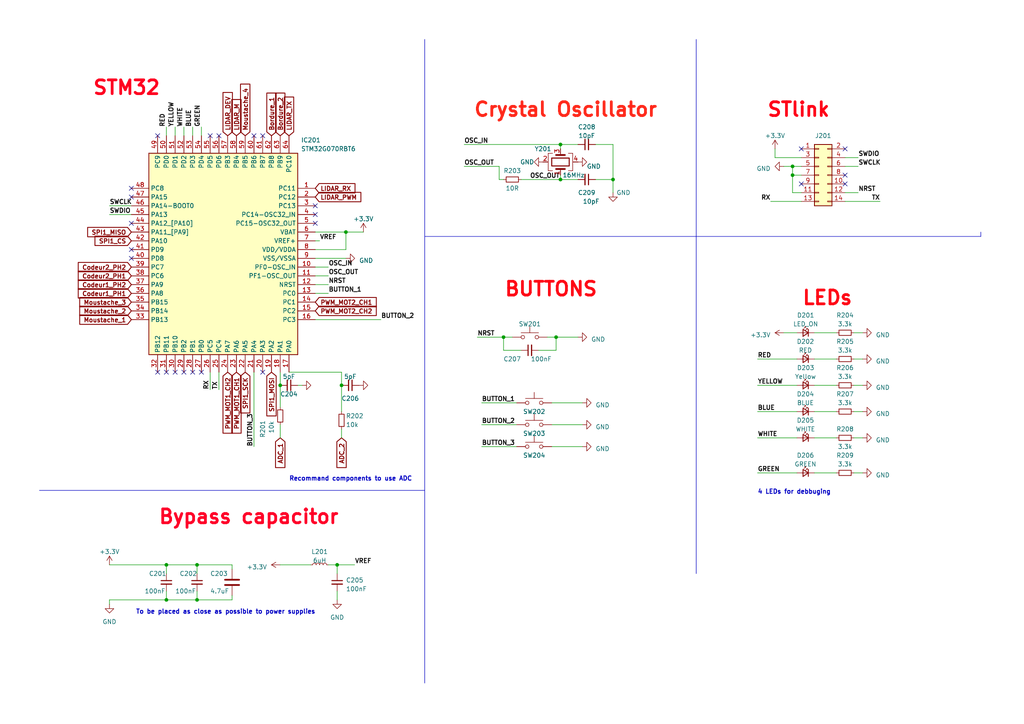
<source format=kicad_sch>
(kicad_sch (version 20230121) (generator eeschema)

  (uuid 8abda904-df56-46c8-a089-72afb6552f77)

  (paper "A4")

  (title_block
    (title "Carte éléctronique Ludzinator")
    (date "2023-09-19")
    (rev "GILLES Baptiste")
  )

  (lib_symbols
    (symbol "Connector_Generic:Conn_02x07_Odd_Even" (pin_names (offset 1.016) hide) (in_bom yes) (on_board yes)
      (property "Reference" "J" (at 1.27 10.16 0)
        (effects (font (size 1.27 1.27)))
      )
      (property "Value" "Conn_02x07_Odd_Even" (at 1.27 -10.16 0)
        (effects (font (size 1.27 1.27)))
      )
      (property "Footprint" "" (at 0 0 0)
        (effects (font (size 1.27 1.27)) hide)
      )
      (property "Datasheet" "~" (at 0 0 0)
        (effects (font (size 1.27 1.27)) hide)
      )
      (property "ki_keywords" "connector" (at 0 0 0)
        (effects (font (size 1.27 1.27)) hide)
      )
      (property "ki_description" "Generic connector, double row, 02x07, odd/even pin numbering scheme (row 1 odd numbers, row 2 even numbers), script generated (kicad-library-utils/schlib/autogen/connector/)" (at 0 0 0)
        (effects (font (size 1.27 1.27)) hide)
      )
      (property "ki_fp_filters" "Connector*:*_2x??_*" (at 0 0 0)
        (effects (font (size 1.27 1.27)) hide)
      )
      (symbol "Conn_02x07_Odd_Even_1_1"
        (rectangle (start -1.27 -7.493) (end 0 -7.747)
          (stroke (width 0.1524) (type default))
          (fill (type none))
        )
        (rectangle (start -1.27 -4.953) (end 0 -5.207)
          (stroke (width 0.1524) (type default))
          (fill (type none))
        )
        (rectangle (start -1.27 -2.413) (end 0 -2.667)
          (stroke (width 0.1524) (type default))
          (fill (type none))
        )
        (rectangle (start -1.27 0.127) (end 0 -0.127)
          (stroke (width 0.1524) (type default))
          (fill (type none))
        )
        (rectangle (start -1.27 2.667) (end 0 2.413)
          (stroke (width 0.1524) (type default))
          (fill (type none))
        )
        (rectangle (start -1.27 5.207) (end 0 4.953)
          (stroke (width 0.1524) (type default))
          (fill (type none))
        )
        (rectangle (start -1.27 7.747) (end 0 7.493)
          (stroke (width 0.1524) (type default))
          (fill (type none))
        )
        (rectangle (start -1.27 8.89) (end 3.81 -8.89)
          (stroke (width 0.254) (type default))
          (fill (type background))
        )
        (rectangle (start 3.81 -7.493) (end 2.54 -7.747)
          (stroke (width 0.1524) (type default))
          (fill (type none))
        )
        (rectangle (start 3.81 -4.953) (end 2.54 -5.207)
          (stroke (width 0.1524) (type default))
          (fill (type none))
        )
        (rectangle (start 3.81 -2.413) (end 2.54 -2.667)
          (stroke (width 0.1524) (type default))
          (fill (type none))
        )
        (rectangle (start 3.81 0.127) (end 2.54 -0.127)
          (stroke (width 0.1524) (type default))
          (fill (type none))
        )
        (rectangle (start 3.81 2.667) (end 2.54 2.413)
          (stroke (width 0.1524) (type default))
          (fill (type none))
        )
        (rectangle (start 3.81 5.207) (end 2.54 4.953)
          (stroke (width 0.1524) (type default))
          (fill (type none))
        )
        (rectangle (start 3.81 7.747) (end 2.54 7.493)
          (stroke (width 0.1524) (type default))
          (fill (type none))
        )
        (pin passive line (at -5.08 7.62 0) (length 3.81)
          (name "Pin_1" (effects (font (size 1.27 1.27))))
          (number "1" (effects (font (size 1.27 1.27))))
        )
        (pin passive line (at 7.62 -2.54 180) (length 3.81)
          (name "Pin_10" (effects (font (size 1.27 1.27))))
          (number "10" (effects (font (size 1.27 1.27))))
        )
        (pin passive line (at -5.08 -5.08 0) (length 3.81)
          (name "Pin_11" (effects (font (size 1.27 1.27))))
          (number "11" (effects (font (size 1.27 1.27))))
        )
        (pin passive line (at 7.62 -5.08 180) (length 3.81)
          (name "Pin_12" (effects (font (size 1.27 1.27))))
          (number "12" (effects (font (size 1.27 1.27))))
        )
        (pin passive line (at -5.08 -7.62 0) (length 3.81)
          (name "Pin_13" (effects (font (size 1.27 1.27))))
          (number "13" (effects (font (size 1.27 1.27))))
        )
        (pin passive line (at 7.62 -7.62 180) (length 3.81)
          (name "Pin_14" (effects (font (size 1.27 1.27))))
          (number "14" (effects (font (size 1.27 1.27))))
        )
        (pin passive line (at 7.62 7.62 180) (length 3.81)
          (name "Pin_2" (effects (font (size 1.27 1.27))))
          (number "2" (effects (font (size 1.27 1.27))))
        )
        (pin passive line (at -5.08 5.08 0) (length 3.81)
          (name "Pin_3" (effects (font (size 1.27 1.27))))
          (number "3" (effects (font (size 1.27 1.27))))
        )
        (pin passive line (at 7.62 5.08 180) (length 3.81)
          (name "Pin_4" (effects (font (size 1.27 1.27))))
          (number "4" (effects (font (size 1.27 1.27))))
        )
        (pin passive line (at -5.08 2.54 0) (length 3.81)
          (name "Pin_5" (effects (font (size 1.27 1.27))))
          (number "5" (effects (font (size 1.27 1.27))))
        )
        (pin passive line (at 7.62 2.54 180) (length 3.81)
          (name "Pin_6" (effects (font (size 1.27 1.27))))
          (number "6" (effects (font (size 1.27 1.27))))
        )
        (pin passive line (at -5.08 0 0) (length 3.81)
          (name "Pin_7" (effects (font (size 1.27 1.27))))
          (number "7" (effects (font (size 1.27 1.27))))
        )
        (pin passive line (at 7.62 0 180) (length 3.81)
          (name "Pin_8" (effects (font (size 1.27 1.27))))
          (number "8" (effects (font (size 1.27 1.27))))
        )
        (pin passive line (at -5.08 -2.54 0) (length 3.81)
          (name "Pin_9" (effects (font (size 1.27 1.27))))
          (number "9" (effects (font (size 1.27 1.27))))
        )
      )
    )
    (symbol "Device:C" (pin_numbers hide) (pin_names (offset 0.254)) (in_bom yes) (on_board yes)
      (property "Reference" "C" (at 0.635 2.54 0)
        (effects (font (size 1.27 1.27)) (justify left))
      )
      (property "Value" "C" (at 0.635 -2.54 0)
        (effects (font (size 1.27 1.27)) (justify left))
      )
      (property "Footprint" "" (at 0.9652 -3.81 0)
        (effects (font (size 1.27 1.27)) hide)
      )
      (property "Datasheet" "~" (at 0 0 0)
        (effects (font (size 1.27 1.27)) hide)
      )
      (property "ki_keywords" "cap capacitor" (at 0 0 0)
        (effects (font (size 1.27 1.27)) hide)
      )
      (property "ki_description" "Unpolarized capacitor" (at 0 0 0)
        (effects (font (size 1.27 1.27)) hide)
      )
      (property "ki_fp_filters" "C_*" (at 0 0 0)
        (effects (font (size 1.27 1.27)) hide)
      )
      (symbol "C_0_1"
        (polyline
          (pts
            (xy -2.032 -0.762)
            (xy 2.032 -0.762)
          )
          (stroke (width 0.508) (type default))
          (fill (type none))
        )
        (polyline
          (pts
            (xy -2.032 0.762)
            (xy 2.032 0.762)
          )
          (stroke (width 0.508) (type default))
          (fill (type none))
        )
      )
      (symbol "C_1_1"
        (pin passive line (at 0 3.81 270) (length 2.794)
          (name "~" (effects (font (size 1.27 1.27))))
          (number "1" (effects (font (size 1.27 1.27))))
        )
        (pin passive line (at 0 -3.81 90) (length 2.794)
          (name "~" (effects (font (size 1.27 1.27))))
          (number "2" (effects (font (size 1.27 1.27))))
        )
      )
    )
    (symbol "Device:C_Small" (pin_numbers hide) (pin_names (offset 0.254) hide) (in_bom yes) (on_board yes)
      (property "Reference" "C" (at 0.254 1.778 0)
        (effects (font (size 1.27 1.27)) (justify left))
      )
      (property "Value" "C_Small" (at 0.254 -2.032 0)
        (effects (font (size 1.27 1.27)) (justify left))
      )
      (property "Footprint" "" (at 0 0 0)
        (effects (font (size 1.27 1.27)) hide)
      )
      (property "Datasheet" "~" (at 0 0 0)
        (effects (font (size 1.27 1.27)) hide)
      )
      (property "ki_keywords" "capacitor cap" (at 0 0 0)
        (effects (font (size 1.27 1.27)) hide)
      )
      (property "ki_description" "Unpolarized capacitor, small symbol" (at 0 0 0)
        (effects (font (size 1.27 1.27)) hide)
      )
      (property "ki_fp_filters" "C_*" (at 0 0 0)
        (effects (font (size 1.27 1.27)) hide)
      )
      (symbol "C_Small_0_1"
        (polyline
          (pts
            (xy -1.524 -0.508)
            (xy 1.524 -0.508)
          )
          (stroke (width 0.3302) (type default))
          (fill (type none))
        )
        (polyline
          (pts
            (xy -1.524 0.508)
            (xy 1.524 0.508)
          )
          (stroke (width 0.3048) (type default))
          (fill (type none))
        )
      )
      (symbol "C_Small_1_1"
        (pin passive line (at 0 2.54 270) (length 2.032)
          (name "~" (effects (font (size 1.27 1.27))))
          (number "1" (effects (font (size 1.27 1.27))))
        )
        (pin passive line (at 0 -2.54 90) (length 2.032)
          (name "~" (effects (font (size 1.27 1.27))))
          (number "2" (effects (font (size 1.27 1.27))))
        )
      )
    )
    (symbol "Device:Crystal_GND24" (pin_names (offset 1.016) hide) (in_bom yes) (on_board yes)
      (property "Reference" "Y" (at 3.175 5.08 0)
        (effects (font (size 1.27 1.27)) (justify left))
      )
      (property "Value" "Crystal_GND24" (at 3.175 3.175 0)
        (effects (font (size 1.27 1.27)) (justify left))
      )
      (property "Footprint" "" (at 0 0 0)
        (effects (font (size 1.27 1.27)) hide)
      )
      (property "Datasheet" "~" (at 0 0 0)
        (effects (font (size 1.27 1.27)) hide)
      )
      (property "ki_keywords" "quartz ceramic resonator oscillator" (at 0 0 0)
        (effects (font (size 1.27 1.27)) hide)
      )
      (property "ki_description" "Four pin crystal, GND on pins 2 and 4" (at 0 0 0)
        (effects (font (size 1.27 1.27)) hide)
      )
      (property "ki_fp_filters" "Crystal*" (at 0 0 0)
        (effects (font (size 1.27 1.27)) hide)
      )
      (symbol "Crystal_GND24_0_1"
        (rectangle (start -1.143 2.54) (end 1.143 -2.54)
          (stroke (width 0.3048) (type default))
          (fill (type none))
        )
        (polyline
          (pts
            (xy -2.54 0)
            (xy -2.032 0)
          )
          (stroke (width 0) (type default))
          (fill (type none))
        )
        (polyline
          (pts
            (xy -2.032 -1.27)
            (xy -2.032 1.27)
          )
          (stroke (width 0.508) (type default))
          (fill (type none))
        )
        (polyline
          (pts
            (xy 0 -3.81)
            (xy 0 -3.556)
          )
          (stroke (width 0) (type default))
          (fill (type none))
        )
        (polyline
          (pts
            (xy 0 3.556)
            (xy 0 3.81)
          )
          (stroke (width 0) (type default))
          (fill (type none))
        )
        (polyline
          (pts
            (xy 2.032 -1.27)
            (xy 2.032 1.27)
          )
          (stroke (width 0.508) (type default))
          (fill (type none))
        )
        (polyline
          (pts
            (xy 2.032 0)
            (xy 2.54 0)
          )
          (stroke (width 0) (type default))
          (fill (type none))
        )
        (polyline
          (pts
            (xy -2.54 -2.286)
            (xy -2.54 -3.556)
            (xy 2.54 -3.556)
            (xy 2.54 -2.286)
          )
          (stroke (width 0) (type default))
          (fill (type none))
        )
        (polyline
          (pts
            (xy -2.54 2.286)
            (xy -2.54 3.556)
            (xy 2.54 3.556)
            (xy 2.54 2.286)
          )
          (stroke (width 0) (type default))
          (fill (type none))
        )
      )
      (symbol "Crystal_GND24_1_1"
        (pin passive line (at -3.81 0 0) (length 1.27)
          (name "1" (effects (font (size 1.27 1.27))))
          (number "1" (effects (font (size 1.27 1.27))))
        )
        (pin passive line (at 0 5.08 270) (length 1.27)
          (name "2" (effects (font (size 1.27 1.27))))
          (number "2" (effects (font (size 1.27 1.27))))
        )
        (pin passive line (at 3.81 0 180) (length 1.27)
          (name "3" (effects (font (size 1.27 1.27))))
          (number "3" (effects (font (size 1.27 1.27))))
        )
        (pin passive line (at 0 -5.08 90) (length 1.27)
          (name "4" (effects (font (size 1.27 1.27))))
          (number "4" (effects (font (size 1.27 1.27))))
        )
      )
    )
    (symbol "Device:LED_Small" (pin_numbers hide) (pin_names (offset 0.254) hide) (in_bom yes) (on_board yes)
      (property "Reference" "D" (at -1.27 3.175 0)
        (effects (font (size 1.27 1.27)) (justify left))
      )
      (property "Value" "LED_Small" (at -4.445 -2.54 0)
        (effects (font (size 1.27 1.27)) (justify left))
      )
      (property "Footprint" "" (at 0 0 90)
        (effects (font (size 1.27 1.27)) hide)
      )
      (property "Datasheet" "~" (at 0 0 90)
        (effects (font (size 1.27 1.27)) hide)
      )
      (property "ki_keywords" "LED diode light-emitting-diode" (at 0 0 0)
        (effects (font (size 1.27 1.27)) hide)
      )
      (property "ki_description" "Light emitting diode, small symbol" (at 0 0 0)
        (effects (font (size 1.27 1.27)) hide)
      )
      (property "ki_fp_filters" "LED* LED_SMD:* LED_THT:*" (at 0 0 0)
        (effects (font (size 1.27 1.27)) hide)
      )
      (symbol "LED_Small_0_1"
        (polyline
          (pts
            (xy -0.762 -1.016)
            (xy -0.762 1.016)
          )
          (stroke (width 0.254) (type default))
          (fill (type none))
        )
        (polyline
          (pts
            (xy 1.016 0)
            (xy -0.762 0)
          )
          (stroke (width 0) (type default))
          (fill (type none))
        )
        (polyline
          (pts
            (xy 0.762 -1.016)
            (xy -0.762 0)
            (xy 0.762 1.016)
            (xy 0.762 -1.016)
          )
          (stroke (width 0.254) (type default))
          (fill (type none))
        )
        (polyline
          (pts
            (xy 0 0.762)
            (xy -0.508 1.27)
            (xy -0.254 1.27)
            (xy -0.508 1.27)
            (xy -0.508 1.016)
          )
          (stroke (width 0) (type default))
          (fill (type none))
        )
        (polyline
          (pts
            (xy 0.508 1.27)
            (xy 0 1.778)
            (xy 0.254 1.778)
            (xy 0 1.778)
            (xy 0 1.524)
          )
          (stroke (width 0) (type default))
          (fill (type none))
        )
      )
      (symbol "LED_Small_1_1"
        (pin passive line (at -2.54 0 0) (length 1.778)
          (name "K" (effects (font (size 1.27 1.27))))
          (number "1" (effects (font (size 1.27 1.27))))
        )
        (pin passive line (at 2.54 0 180) (length 1.778)
          (name "A" (effects (font (size 1.27 1.27))))
          (number "2" (effects (font (size 1.27 1.27))))
        )
      )
    )
    (symbol "Device:L_Small" (pin_numbers hide) (pin_names (offset 0.254) hide) (in_bom yes) (on_board yes)
      (property "Reference" "L" (at 0.762 1.016 0)
        (effects (font (size 1.27 1.27)) (justify left))
      )
      (property "Value" "L_Small" (at 0.762 -1.016 0)
        (effects (font (size 1.27 1.27)) (justify left))
      )
      (property "Footprint" "" (at 0 0 0)
        (effects (font (size 1.27 1.27)) hide)
      )
      (property "Datasheet" "~" (at 0 0 0)
        (effects (font (size 1.27 1.27)) hide)
      )
      (property "ki_keywords" "inductor choke coil reactor magnetic" (at 0 0 0)
        (effects (font (size 1.27 1.27)) hide)
      )
      (property "ki_description" "Inductor, small symbol" (at 0 0 0)
        (effects (font (size 1.27 1.27)) hide)
      )
      (property "ki_fp_filters" "Choke_* *Coil* Inductor_* L_*" (at 0 0 0)
        (effects (font (size 1.27 1.27)) hide)
      )
      (symbol "L_Small_0_1"
        (arc (start 0 -2.032) (mid 0.5058 -1.524) (end 0 -1.016)
          (stroke (width 0) (type default))
          (fill (type none))
        )
        (arc (start 0 -1.016) (mid 0.5058 -0.508) (end 0 0)
          (stroke (width 0) (type default))
          (fill (type none))
        )
        (arc (start 0 0) (mid 0.5058 0.508) (end 0 1.016)
          (stroke (width 0) (type default))
          (fill (type none))
        )
        (arc (start 0 1.016) (mid 0.5058 1.524) (end 0 2.032)
          (stroke (width 0) (type default))
          (fill (type none))
        )
      )
      (symbol "L_Small_1_1"
        (pin passive line (at 0 2.54 270) (length 0.508)
          (name "~" (effects (font (size 1.27 1.27))))
          (number "1" (effects (font (size 1.27 1.27))))
        )
        (pin passive line (at 0 -2.54 90) (length 0.508)
          (name "~" (effects (font (size 1.27 1.27))))
          (number "2" (effects (font (size 1.27 1.27))))
        )
      )
    )
    (symbol "Device:R_Small" (pin_numbers hide) (pin_names (offset 0.254) hide) (in_bom yes) (on_board yes)
      (property "Reference" "R" (at 0.762 0.508 0)
        (effects (font (size 1.27 1.27)) (justify left))
      )
      (property "Value" "R_Small" (at 0.762 -1.016 0)
        (effects (font (size 1.27 1.27)) (justify left))
      )
      (property "Footprint" "" (at 0 0 0)
        (effects (font (size 1.27 1.27)) hide)
      )
      (property "Datasheet" "~" (at 0 0 0)
        (effects (font (size 1.27 1.27)) hide)
      )
      (property "ki_keywords" "R resistor" (at 0 0 0)
        (effects (font (size 1.27 1.27)) hide)
      )
      (property "ki_description" "Resistor, small symbol" (at 0 0 0)
        (effects (font (size 1.27 1.27)) hide)
      )
      (property "ki_fp_filters" "R_*" (at 0 0 0)
        (effects (font (size 1.27 1.27)) hide)
      )
      (symbol "R_Small_0_1"
        (rectangle (start -0.762 1.778) (end 0.762 -1.778)
          (stroke (width 0.2032) (type default))
          (fill (type none))
        )
      )
      (symbol "R_Small_1_1"
        (pin passive line (at 0 2.54 270) (length 0.762)
          (name "~" (effects (font (size 1.27 1.27))))
          (number "1" (effects (font (size 1.27 1.27))))
        )
        (pin passive line (at 0 -2.54 90) (length 0.762)
          (name "~" (effects (font (size 1.27 1.27))))
          (number "2" (effects (font (size 1.27 1.27))))
        )
      )
    )
    (symbol "Ludzlib:STM32G070RBT6" (in_bom yes) (on_board yes)
      (property "Reference" "IC" (at 49.53 15.24 0)
        (effects (font (size 1.27 1.27)) (justify left top))
      )
      (property "Value" "STM32G070RBT6" (at 49.53 12.7 0)
        (effects (font (size 1.27 1.27)) (justify left top))
      )
      (property "Footprint" "QFP50P1200X1200X160-64N" (at 49.53 -87.3 0)
        (effects (font (size 1.27 1.27)) (justify left top) hide)
      )
      (property "Datasheet" "https://componentsearchengine.com/Datasheets/1/STM32G070RBT6.pdf" (at 49.53 -187.3 0)
        (effects (font (size 1.27 1.27)) (justify left top) hide)
      )
      (property "Height" "1.6" (at 49.53 -387.3 0)
        (effects (font (size 1.27 1.27)) (justify left top) hide)
      )
      (property "Mouser Part Number" "511-STM32G070RBT6" (at 49.53 -487.3 0)
        (effects (font (size 1.27 1.27)) (justify left top) hide)
      )
      (property "Mouser Price/Stock" "https://www.mouser.co.uk/ProductDetail/STMicroelectronics/STM32G070RBT6?qs=l7cgNqFNU1g2MF3TqxTHUQ%3D%3D" (at 49.53 -587.3 0)
        (effects (font (size 1.27 1.27)) (justify left top) hide)
      )
      (property "Manufacturer_Name" "STMicroelectronics" (at 49.53 -687.3 0)
        (effects (font (size 1.27 1.27)) (justify left top) hide)
      )
      (property "Manufacturer_Part_Number" "STM32G070RBT6" (at 49.53 -787.3 0)
        (effects (font (size 1.27 1.27)) (justify left top) hide)
      )
      (property "ki_description" "ARM Microcontrollers - MCU Arm Cortex -M0+ 32-bit MCU, 128 KB Flash, 36 KB RAM, 4x USART, timers, ADC, comm. I/Fs, 2.0-3.6V" (at 0 0 0)
        (effects (font (size 1.27 1.27)) hide)
      )
      (symbol "STM32G070RBT6_1_1"
        (rectangle (start 5.08 10.16) (end 48.26 -48.26)
          (stroke (width 0.254) (type default))
          (fill (type background))
        )
        (pin passive line (at 0 0 0) (length 5.08)
          (name "PC11" (effects (font (size 1.27 1.27))))
          (number "1" (effects (font (size 1.27 1.27))))
        )
        (pin passive line (at 0 -22.86 0) (length 5.08)
          (name "PF0-OSC_IN" (effects (font (size 1.27 1.27))))
          (number "10" (effects (font (size 1.27 1.27))))
        )
        (pin passive line (at 0 -25.4 0) (length 5.08)
          (name "PF1-OSC_OUT" (effects (font (size 1.27 1.27))))
          (number "11" (effects (font (size 1.27 1.27))))
        )
        (pin passive line (at 0 -27.94 0) (length 5.08)
          (name "NRST" (effects (font (size 1.27 1.27))))
          (number "12" (effects (font (size 1.27 1.27))))
        )
        (pin passive line (at 0 -30.48 0) (length 5.08)
          (name "PC0" (effects (font (size 1.27 1.27))))
          (number "13" (effects (font (size 1.27 1.27))))
        )
        (pin passive line (at 0 -33.02 0) (length 5.08)
          (name "PC1" (effects (font (size 1.27 1.27))))
          (number "14" (effects (font (size 1.27 1.27))))
        )
        (pin passive line (at 0 -35.56 0) (length 5.08)
          (name "PC2" (effects (font (size 1.27 1.27))))
          (number "15" (effects (font (size 1.27 1.27))))
        )
        (pin passive line (at 0 -38.1 0) (length 5.08)
          (name "PC3" (effects (font (size 1.27 1.27))))
          (number "16" (effects (font (size 1.27 1.27))))
        )
        (pin passive line (at 7.62 -53.34 90) (length 5.08)
          (name "PA0" (effects (font (size 1.27 1.27))))
          (number "17" (effects (font (size 1.27 1.27))))
        )
        (pin passive line (at 10.16 -53.34 90) (length 5.08)
          (name "PA1" (effects (font (size 1.27 1.27))))
          (number "18" (effects (font (size 1.27 1.27))))
        )
        (pin passive line (at 12.7 -53.34 90) (length 5.08)
          (name "PA2" (effects (font (size 1.27 1.27))))
          (number "19" (effects (font (size 1.27 1.27))))
        )
        (pin passive line (at 0 -2.54 0) (length 5.08)
          (name "PC12" (effects (font (size 1.27 1.27))))
          (number "2" (effects (font (size 1.27 1.27))))
        )
        (pin passive line (at 15.24 -53.34 90) (length 5.08)
          (name "PA3" (effects (font (size 1.27 1.27))))
          (number "20" (effects (font (size 1.27 1.27))))
        )
        (pin passive line (at 17.78 -53.34 90) (length 5.08)
          (name "PA4" (effects (font (size 1.27 1.27))))
          (number "21" (effects (font (size 1.27 1.27))))
        )
        (pin passive line (at 20.32 -53.34 90) (length 5.08)
          (name "PA5" (effects (font (size 1.27 1.27))))
          (number "22" (effects (font (size 1.27 1.27))))
        )
        (pin passive line (at 22.86 -53.34 90) (length 5.08)
          (name "PA6" (effects (font (size 1.27 1.27))))
          (number "23" (effects (font (size 1.27 1.27))))
        )
        (pin passive line (at 25.4 -53.34 90) (length 5.08)
          (name "PA7" (effects (font (size 1.27 1.27))))
          (number "24" (effects (font (size 1.27 1.27))))
        )
        (pin passive line (at 27.94 -53.34 90) (length 5.08)
          (name "PC4" (effects (font (size 1.27 1.27))))
          (number "25" (effects (font (size 1.27 1.27))))
        )
        (pin passive line (at 30.48 -53.34 90) (length 5.08)
          (name "PC5" (effects (font (size 1.27 1.27))))
          (number "26" (effects (font (size 1.27 1.27))))
        )
        (pin passive line (at 33.02 -53.34 90) (length 5.08)
          (name "PB0" (effects (font (size 1.27 1.27))))
          (number "27" (effects (font (size 1.27 1.27))))
        )
        (pin passive line (at 35.56 -53.34 90) (length 5.08)
          (name "PB1" (effects (font (size 1.27 1.27))))
          (number "28" (effects (font (size 1.27 1.27))))
        )
        (pin passive line (at 38.1 -53.34 90) (length 5.08)
          (name "PB2" (effects (font (size 1.27 1.27))))
          (number "29" (effects (font (size 1.27 1.27))))
        )
        (pin passive line (at 0 -5.08 0) (length 5.08)
          (name "PC13" (effects (font (size 1.27 1.27))))
          (number "3" (effects (font (size 1.27 1.27))))
        )
        (pin passive line (at 40.64 -53.34 90) (length 5.08)
          (name "PB10" (effects (font (size 1.27 1.27))))
          (number "30" (effects (font (size 1.27 1.27))))
        )
        (pin passive line (at 43.18 -53.34 90) (length 5.08)
          (name "PB11" (effects (font (size 1.27 1.27))))
          (number "31" (effects (font (size 1.27 1.27))))
        )
        (pin passive line (at 45.72 -53.34 90) (length 5.08)
          (name "PB12" (effects (font (size 1.27 1.27))))
          (number "32" (effects (font (size 1.27 1.27))))
        )
        (pin passive line (at 53.34 -38.1 180) (length 5.08)
          (name "PB13" (effects (font (size 1.27 1.27))))
          (number "33" (effects (font (size 1.27 1.27))))
        )
        (pin passive line (at 53.34 -35.56 180) (length 5.08)
          (name "PB14" (effects (font (size 1.27 1.27))))
          (number "34" (effects (font (size 1.27 1.27))))
        )
        (pin passive line (at 53.34 -33.02 180) (length 5.08)
          (name "PB15" (effects (font (size 1.27 1.27))))
          (number "35" (effects (font (size 1.27 1.27))))
        )
        (pin passive line (at 53.34 -30.48 180) (length 5.08)
          (name "PA8" (effects (font (size 1.27 1.27))))
          (number "36" (effects (font (size 1.27 1.27))))
        )
        (pin passive line (at 53.34 -27.94 180) (length 5.08)
          (name "PA9" (effects (font (size 1.27 1.27))))
          (number "37" (effects (font (size 1.27 1.27))))
        )
        (pin passive line (at 53.34 -25.4 180) (length 5.08)
          (name "PC6" (effects (font (size 1.27 1.27))))
          (number "38" (effects (font (size 1.27 1.27))))
        )
        (pin passive line (at 53.34 -22.86 180) (length 5.08)
          (name "PC7" (effects (font (size 1.27 1.27))))
          (number "39" (effects (font (size 1.27 1.27))))
        )
        (pin passive line (at 0 -7.62 0) (length 5.08)
          (name "PC14-OSC32_IN" (effects (font (size 1.27 1.27))))
          (number "4" (effects (font (size 1.27 1.27))))
        )
        (pin passive line (at 53.34 -20.32 180) (length 5.08)
          (name "PD8" (effects (font (size 1.27 1.27))))
          (number "40" (effects (font (size 1.27 1.27))))
        )
        (pin passive line (at 53.34 -17.78 180) (length 5.08)
          (name "PD9" (effects (font (size 1.27 1.27))))
          (number "41" (effects (font (size 1.27 1.27))))
        )
        (pin passive line (at 53.34 -15.24 180) (length 5.08)
          (name "PA10" (effects (font (size 1.27 1.27))))
          (number "42" (effects (font (size 1.27 1.27))))
        )
        (pin passive line (at 53.34 -12.7 180) (length 5.08)
          (name "PA11_[PA9]" (effects (font (size 1.27 1.27))))
          (number "43" (effects (font (size 1.27 1.27))))
        )
        (pin passive line (at 53.34 -10.16 180) (length 5.08)
          (name "PA12_[PA10]" (effects (font (size 1.27 1.27))))
          (number "44" (effects (font (size 1.27 1.27))))
        )
        (pin passive line (at 53.34 -7.62 180) (length 5.08)
          (name "PA13" (effects (font (size 1.27 1.27))))
          (number "45" (effects (font (size 1.27 1.27))))
        )
        (pin passive line (at 53.34 -5.08 180) (length 5.08)
          (name "PA14-BOOT0" (effects (font (size 1.27 1.27))))
          (number "46" (effects (font (size 1.27 1.27))))
        )
        (pin passive line (at 53.34 -2.54 180) (length 5.08)
          (name "PA15" (effects (font (size 1.27 1.27))))
          (number "47" (effects (font (size 1.27 1.27))))
        )
        (pin passive line (at 53.34 0 180) (length 5.08)
          (name "PC8" (effects (font (size 1.27 1.27))))
          (number "48" (effects (font (size 1.27 1.27))))
        )
        (pin passive line (at 45.72 15.24 270) (length 5.08)
          (name "PC9" (effects (font (size 1.27 1.27))))
          (number "49" (effects (font (size 1.27 1.27))))
        )
        (pin passive line (at 0 -10.16 0) (length 5.08)
          (name "PC15-OSC32_OUT" (effects (font (size 1.27 1.27))))
          (number "5" (effects (font (size 1.27 1.27))))
        )
        (pin passive line (at 43.18 15.24 270) (length 5.08)
          (name "PD0" (effects (font (size 1.27 1.27))))
          (number "50" (effects (font (size 1.27 1.27))))
        )
        (pin passive line (at 40.64 15.24 270) (length 5.08)
          (name "PD1" (effects (font (size 1.27 1.27))))
          (number "51" (effects (font (size 1.27 1.27))))
        )
        (pin passive line (at 38.1 15.24 270) (length 5.08)
          (name "PD2" (effects (font (size 1.27 1.27))))
          (number "52" (effects (font (size 1.27 1.27))))
        )
        (pin passive line (at 35.56 15.24 270) (length 5.08)
          (name "PD3" (effects (font (size 1.27 1.27))))
          (number "53" (effects (font (size 1.27 1.27))))
        )
        (pin passive line (at 33.02 15.24 270) (length 5.08)
          (name "PD4" (effects (font (size 1.27 1.27))))
          (number "54" (effects (font (size 1.27 1.27))))
        )
        (pin passive line (at 30.48 15.24 270) (length 5.08)
          (name "PD5" (effects (font (size 1.27 1.27))))
          (number "55" (effects (font (size 1.27 1.27))))
        )
        (pin passive line (at 27.94 15.24 270) (length 5.08)
          (name "PD6" (effects (font (size 1.27 1.27))))
          (number "56" (effects (font (size 1.27 1.27))))
        )
        (pin passive line (at 25.4 15.24 270) (length 5.08)
          (name "PB3" (effects (font (size 1.27 1.27))))
          (number "57" (effects (font (size 1.27 1.27))))
        )
        (pin passive line (at 22.86 15.24 270) (length 5.08)
          (name "PB4" (effects (font (size 1.27 1.27))))
          (number "58" (effects (font (size 1.27 1.27))))
        )
        (pin passive line (at 20.32 15.24 270) (length 5.08)
          (name "PB5" (effects (font (size 1.27 1.27))))
          (number "59" (effects (font (size 1.27 1.27))))
        )
        (pin passive line (at 0 -12.7 0) (length 5.08)
          (name "VBAT" (effects (font (size 1.27 1.27))))
          (number "6" (effects (font (size 1.27 1.27))))
        )
        (pin passive line (at 17.78 15.24 270) (length 5.08)
          (name "PB6" (effects (font (size 1.27 1.27))))
          (number "60" (effects (font (size 1.27 1.27))))
        )
        (pin passive line (at 15.24 15.24 270) (length 5.08)
          (name "PB7" (effects (font (size 1.27 1.27))))
          (number "61" (effects (font (size 1.27 1.27))))
        )
        (pin passive line (at 12.7 15.24 270) (length 5.08)
          (name "PB8" (effects (font (size 1.27 1.27))))
          (number "62" (effects (font (size 1.27 1.27))))
        )
        (pin passive line (at 10.16 15.24 270) (length 5.08)
          (name "PB9" (effects (font (size 1.27 1.27))))
          (number "63" (effects (font (size 1.27 1.27))))
        )
        (pin passive line (at 7.62 15.24 270) (length 5.08)
          (name "PC10" (effects (font (size 1.27 1.27))))
          (number "64" (effects (font (size 1.27 1.27))))
        )
        (pin passive line (at 0 -15.24 0) (length 5.08)
          (name "VREF+" (effects (font (size 1.27 1.27))))
          (number "7" (effects (font (size 1.27 1.27))))
        )
        (pin passive line (at 0 -17.78 0) (length 5.08)
          (name "VDD/VDDA" (effects (font (size 1.27 1.27))))
          (number "8" (effects (font (size 1.27 1.27))))
        )
        (pin passive line (at 0 -20.32 0) (length 5.08)
          (name "VSS/VSSA" (effects (font (size 1.27 1.27))))
          (number "9" (effects (font (size 1.27 1.27))))
        )
      )
    )
    (symbol "Switch:SW_Push" (pin_numbers hide) (pin_names (offset 1.016) hide) (in_bom yes) (on_board yes)
      (property "Reference" "SW" (at 1.27 2.54 0)
        (effects (font (size 1.27 1.27)) (justify left))
      )
      (property "Value" "SW_Push" (at 0 -1.524 0)
        (effects (font (size 1.27 1.27)))
      )
      (property "Footprint" "" (at 0 5.08 0)
        (effects (font (size 1.27 1.27)) hide)
      )
      (property "Datasheet" "~" (at 0 5.08 0)
        (effects (font (size 1.27 1.27)) hide)
      )
      (property "ki_keywords" "switch normally-open pushbutton push-button" (at 0 0 0)
        (effects (font (size 1.27 1.27)) hide)
      )
      (property "ki_description" "Push button switch, generic, two pins" (at 0 0 0)
        (effects (font (size 1.27 1.27)) hide)
      )
      (symbol "SW_Push_0_1"
        (circle (center -2.032 0) (radius 0.508)
          (stroke (width 0) (type default))
          (fill (type none))
        )
        (polyline
          (pts
            (xy 0 1.27)
            (xy 0 3.048)
          )
          (stroke (width 0) (type default))
          (fill (type none))
        )
        (polyline
          (pts
            (xy 2.54 1.27)
            (xy -2.54 1.27)
          )
          (stroke (width 0) (type default))
          (fill (type none))
        )
        (circle (center 2.032 0) (radius 0.508)
          (stroke (width 0) (type default))
          (fill (type none))
        )
        (pin passive line (at -5.08 0 0) (length 2.54)
          (name "1" (effects (font (size 1.27 1.27))))
          (number "1" (effects (font (size 1.27 1.27))))
        )
        (pin passive line (at 5.08 0 180) (length 2.54)
          (name "2" (effects (font (size 1.27 1.27))))
          (number "2" (effects (font (size 1.27 1.27))))
        )
      )
    )
    (symbol "power:+3.3V" (power) (pin_names (offset 0)) (in_bom yes) (on_board yes)
      (property "Reference" "#PWR" (at 0 -3.81 0)
        (effects (font (size 1.27 1.27)) hide)
      )
      (property "Value" "+3.3V" (at 0 3.556 0)
        (effects (font (size 1.27 1.27)))
      )
      (property "Footprint" "" (at 0 0 0)
        (effects (font (size 1.27 1.27)) hide)
      )
      (property "Datasheet" "" (at 0 0 0)
        (effects (font (size 1.27 1.27)) hide)
      )
      (property "ki_keywords" "global power" (at 0 0 0)
        (effects (font (size 1.27 1.27)) hide)
      )
      (property "ki_description" "Power symbol creates a global label with name \"+3.3V\"" (at 0 0 0)
        (effects (font (size 1.27 1.27)) hide)
      )
      (symbol "+3.3V_0_1"
        (polyline
          (pts
            (xy -0.762 1.27)
            (xy 0 2.54)
          )
          (stroke (width 0) (type default))
          (fill (type none))
        )
        (polyline
          (pts
            (xy 0 0)
            (xy 0 2.54)
          )
          (stroke (width 0) (type default))
          (fill (type none))
        )
        (polyline
          (pts
            (xy 0 2.54)
            (xy 0.762 1.27)
          )
          (stroke (width 0) (type default))
          (fill (type none))
        )
      )
      (symbol "+3.3V_1_1"
        (pin power_in line (at 0 0 90) (length 0) hide
          (name "+3.3V" (effects (font (size 1.27 1.27))))
          (number "1" (effects (font (size 1.27 1.27))))
        )
      )
    )
    (symbol "power:GND" (power) (pin_names (offset 0)) (in_bom yes) (on_board yes)
      (property "Reference" "#PWR" (at 0 -6.35 0)
        (effects (font (size 1.27 1.27)) hide)
      )
      (property "Value" "GND" (at 0 -3.81 0)
        (effects (font (size 1.27 1.27)))
      )
      (property "Footprint" "" (at 0 0 0)
        (effects (font (size 1.27 1.27)) hide)
      )
      (property "Datasheet" "" (at 0 0 0)
        (effects (font (size 1.27 1.27)) hide)
      )
      (property "ki_keywords" "global power" (at 0 0 0)
        (effects (font (size 1.27 1.27)) hide)
      )
      (property "ki_description" "Power symbol creates a global label with name \"GND\" , ground" (at 0 0 0)
        (effects (font (size 1.27 1.27)) hide)
      )
      (symbol "GND_0_1"
        (polyline
          (pts
            (xy 0 0)
            (xy 0 -1.27)
            (xy 1.27 -1.27)
            (xy 0 -2.54)
            (xy -1.27 -1.27)
            (xy 0 -1.27)
          )
          (stroke (width 0) (type default))
          (fill (type none))
        )
      )
      (symbol "GND_1_1"
        (pin power_in line (at 0 0 270) (length 0) hide
          (name "GND" (effects (font (size 1.27 1.27))))
          (number "1" (effects (font (size 1.27 1.27))))
        )
      )
    )
  )

  (junction (at 48.26 173.99) (diameter 0) (color 0 0 0 0)
    (uuid 181289f8-a649-43b7-82c2-cb385cfa8afd)
  )
  (junction (at 162.56 41.91) (diameter 0) (color 0 0 0 0)
    (uuid 1e6de31b-dd09-477d-b09d-26d3bdf90d2c)
  )
  (junction (at 162.56 52.07) (diameter 0) (color 0 0 0 0)
    (uuid 2d3b3069-f8c0-4cd9-9d84-bef8741ff742)
  )
  (junction (at 97.79 163.83) (diameter 0) (color 0 0 0 0)
    (uuid 4e7d3f56-4cdf-4849-98f9-43617d9b5c4b)
  )
  (junction (at 57.15 173.99) (diameter 0) (color 0 0 0 0)
    (uuid 59d16edb-0e87-4a16-b46b-76ab5e65fd07)
  )
  (junction (at 100.33 67.31) (diameter 0) (color 0 0 0 0)
    (uuid 7758014e-c1e8-4377-b5c9-1e83cff9a291)
  )
  (junction (at 146.05 97.79) (diameter 0) (color 0 0 0 0)
    (uuid 800f6f69-c56f-45b9-97f7-383b3d137beb)
  )
  (junction (at 99.06 111.76) (diameter 0) (color 0 0 0 0)
    (uuid 9213c74d-760c-41a0-a391-114445a8ef04)
  )
  (junction (at 161.29 97.79) (diameter 0) (color 0 0 0 0)
    (uuid 96726a42-6c48-4e1f-9399-96517f73f4e8)
  )
  (junction (at 177.8 52.07) (diameter 0) (color 0 0 0 0)
    (uuid 9a182a16-4461-42b3-9306-527c22d043e1)
  )
  (junction (at 229.87 48.26) (diameter 0) (color 0 0 0 0)
    (uuid a2d881c2-1471-40f7-9c34-c68af67b805d)
  )
  (junction (at 48.26 163.83) (diameter 0) (color 0 0 0 0)
    (uuid a9702bc5-e356-4ff9-abd6-5a798eaa2ddf)
  )
  (junction (at 229.87 50.8) (diameter 0) (color 0 0 0 0)
    (uuid b56ba875-9364-4165-9945-938b0aa1ef92)
  )
  (junction (at 81.28 111.76) (diameter 0) (color 0 0 0 0)
    (uuid d5fba381-3586-4e1e-87d6-7edd205ad119)
  )
  (junction (at 57.15 163.83) (diameter 0) (color 0 0 0 0)
    (uuid e889aae3-ffaa-4618-bd52-8dca1f066e42)
  )

  (no_connect (at 38.1 57.15) (uuid 004cfbf9-f30a-4881-9f89-f8e34b066a99))
  (no_connect (at 50.8 107.95) (uuid 0fa48f3e-694d-41de-aa8d-e60e3e567414))
  (no_connect (at 53.34 107.95) (uuid 132f5455-45c1-4dce-b5bc-cd1e5484cea9))
  (no_connect (at 91.44 62.23) (uuid 1849dda1-7f93-4fa2-b042-ed50e8d373cf))
  (no_connect (at 245.11 53.34) (uuid 23213a00-310c-49a8-ab3c-b197bf669ae8))
  (no_connect (at 76.2 39.37) (uuid 2dfa8404-75f5-4d15-b1be-f2af60143192))
  (no_connect (at 55.88 107.95) (uuid 36915b2f-0866-42fa-8ace-f4ea5d34bcdc))
  (no_connect (at 91.44 59.69) (uuid 3a377cee-dee9-4330-9a23-42dc76a32239))
  (no_connect (at 38.1 74.93) (uuid 40865b3f-a4ee-41be-8a22-c73a9972c378))
  (no_connect (at 38.1 64.77) (uuid 5f1512bc-6b66-4ddc-97b6-58c512014789))
  (no_connect (at 38.1 54.61) (uuid 64a636ad-8cb9-4889-ba3f-0d36bf29f84f))
  (no_connect (at 73.66 39.37) (uuid 6575ce6d-ca06-4f61-9e79-4d35e157381d))
  (no_connect (at 60.96 39.37) (uuid 85c68ac6-62ec-4974-aec8-c5c69785c928))
  (no_connect (at 76.2 107.95) (uuid 86bf65c0-fa3d-4331-a97a-1383f68f163d))
  (no_connect (at 63.5 39.37) (uuid 97473f60-798c-4724-aaa1-e5f0ca211368))
  (no_connect (at 45.72 39.37) (uuid 9abaeba7-c8b9-472e-8361-ece2a29e68eb))
  (no_connect (at 58.42 107.95) (uuid b49ef7dc-4211-47a2-8b6c-5496e32c1519))
  (no_connect (at 91.44 64.77) (uuid d238d352-2912-4cd8-84ce-45f88eb5e28b))
  (no_connect (at 232.41 53.34) (uuid d8aa42ab-6625-4f7b-a006-e15cf8f9a66a))
  (no_connect (at 45.72 107.95) (uuid de0f0684-3de5-4ed0-88a1-ff849a4a3f48))
  (no_connect (at 38.1 72.39) (uuid e4d10eab-09bb-44b7-be23-6b25d65eaa0d))
  (no_connect (at 245.11 43.18) (uuid e8073a5a-d69d-49ad-afdc-56170a02ed1d))
  (no_connect (at 245.11 50.8) (uuid f019622e-a378-439e-8973-378e377f09d5))
  (no_connect (at 232.41 43.18) (uuid f84605ff-aa1f-451a-99ef-5839ba4b748c))
  (no_connect (at 48.26 107.95) (uuid fedc7b25-e235-4fa4-846f-eae57864d6b6))

  (wire (pts (xy 146.05 101.6) (xy 146.05 97.79))
    (stroke (width 0) (type default))
    (uuid 01c3cb16-263d-4451-b401-12414275afd9)
  )
  (wire (pts (xy 236.22 96.52) (xy 242.57 96.52))
    (stroke (width 0) (type default))
    (uuid 02192d1f-168c-42c2-9a07-7c722afd5019)
  )
  (wire (pts (xy 160.02 116.84) (xy 168.91 116.84))
    (stroke (width 0) (type default))
    (uuid 074a3d7f-f336-43d3-bee6-d17befeb8dcd)
  )
  (wire (pts (xy 139.7 123.19) (xy 149.86 123.19))
    (stroke (width 0) (type default))
    (uuid 074f490a-8caa-4a77-ac69-8efcd59c59e6)
  )
  (wire (pts (xy 67.31 172.72) (xy 67.31 173.99))
    (stroke (width 0) (type default))
    (uuid 0a90584c-036f-44eb-8151-0d283e85a040)
  )
  (wire (pts (xy 81.28 107.95) (xy 81.28 111.76))
    (stroke (width 0) (type default))
    (uuid 0ba3da7b-3a2a-4928-8f5a-1b306318c0d5)
  )
  (wire (pts (xy 227.33 48.26) (xy 229.87 48.26))
    (stroke (width 0) (type default))
    (uuid 16d2f2df-06aa-4b0b-ae70-715b9eaa2205)
  )
  (wire (pts (xy 99.06 107.95) (xy 99.06 111.76))
    (stroke (width 0) (type default))
    (uuid 177c3a44-8044-43dc-85dc-1453ab520eaf)
  )
  (wire (pts (xy 86.36 111.76) (xy 87.63 111.76))
    (stroke (width 0) (type default))
    (uuid 18d11e90-be6a-4df3-991e-40bfda01be47)
  )
  (polyline (pts (xy 123.19 68.58) (xy 201.93 68.58))
    (stroke (width 0) (type default))
    (uuid 1b0e6789-1586-4970-b847-6a561e173b1a)
  )

  (wire (pts (xy 105.41 67.31) (xy 100.33 67.31))
    (stroke (width 0) (type default))
    (uuid 1b2082dc-7314-4963-b4be-fcd150c118db)
  )
  (wire (pts (xy 100.33 74.93) (xy 91.44 74.93))
    (stroke (width 0) (type default))
    (uuid 1b9c2b13-661b-4cd7-a3b1-51419e722255)
  )
  (wire (pts (xy 160.02 129.54) (xy 168.91 129.54))
    (stroke (width 0) (type default))
    (uuid 1fc2888c-59ff-4e95-a11f-0c559d70ad49)
  )
  (wire (pts (xy 57.15 166.37) (xy 57.15 163.83))
    (stroke (width 0) (type default))
    (uuid 1fd8c6c0-c4b8-4cf4-b631-74183f4b23b1)
  )
  (wire (pts (xy 245.11 48.26) (xy 248.92 48.26))
    (stroke (width 0) (type default))
    (uuid 25048b14-6fa7-4c26-8f79-f33504fc0f56)
  )
  (wire (pts (xy 161.29 97.79) (xy 167.64 97.79))
    (stroke (width 0) (type default))
    (uuid 2540696e-8f59-4073-b8d5-633d6df245f9)
  )
  (wire (pts (xy 224.79 43.18) (xy 224.79 45.72))
    (stroke (width 0) (type default))
    (uuid 257aa442-a5f8-4870-8f4e-391045f1742c)
  )
  (wire (pts (xy 167.64 52.07) (xy 162.56 52.07))
    (stroke (width 0) (type default))
    (uuid 2a91fbe2-a7a2-4e76-8993-d03a48f7a326)
  )
  (wire (pts (xy 57.15 173.99) (xy 57.15 171.45))
    (stroke (width 0) (type default))
    (uuid 30a0f31e-ee67-4632-9de6-7b5dbee1faad)
  )
  (wire (pts (xy 81.28 123.19) (xy 81.28 127))
    (stroke (width 0) (type default))
    (uuid 312554ab-76a5-4ce4-a5e8-545c0721b166)
  )
  (wire (pts (xy 100.33 72.39) (xy 100.33 67.31))
    (stroke (width 0) (type default))
    (uuid 32057875-febe-4cf7-93ba-1cb5ed04d9c4)
  )
  (wire (pts (xy 223.52 58.42) (xy 232.41 58.42))
    (stroke (width 0) (type default))
    (uuid 34a4f6cc-6502-4a91-976f-6e4a1c497c20)
  )
  (wire (pts (xy 50.8 36.83) (xy 50.8 39.37))
    (stroke (width 0) (type default))
    (uuid 34a8e9df-3f65-484f-b9ac-ab9bdd14d15a)
  )
  (wire (pts (xy 134.62 48.26) (xy 144.78 48.26))
    (stroke (width 0) (type default))
    (uuid 34ab41f8-3345-4833-9269-16d2c8e9df94)
  )
  (wire (pts (xy 31.75 173.99) (xy 48.26 173.99))
    (stroke (width 0) (type default))
    (uuid 3556f16e-6c43-465f-a68b-d015639522b1)
  )
  (wire (pts (xy 99.06 124.46) (xy 99.06 127))
    (stroke (width 0) (type default))
    (uuid 3668a284-bec6-493e-b27c-98638e2aa917)
  )
  (wire (pts (xy 81.28 118.11) (xy 81.28 111.76))
    (stroke (width 0) (type default))
    (uuid 36840dc9-6577-4526-8739-e793970b8789)
  )
  (wire (pts (xy 91.44 72.39) (xy 100.33 72.39))
    (stroke (width 0) (type default))
    (uuid 36c616fa-e428-4d65-8a67-469627507e04)
  )
  (wire (pts (xy 58.42 36.83) (xy 58.42 39.37))
    (stroke (width 0) (type default))
    (uuid 3af5610e-2a4c-4d01-b1c7-c7e75f789e7c)
  )
  (wire (pts (xy 227.33 96.52) (xy 231.14 96.52))
    (stroke (width 0) (type default))
    (uuid 3d50a5ea-038c-4fd6-ae1d-b93608d7b129)
  )
  (wire (pts (xy 139.7 129.54) (xy 149.86 129.54))
    (stroke (width 0) (type default))
    (uuid 455fdb25-a7fb-4c3e-816f-2386ed8cf32a)
  )
  (wire (pts (xy 232.41 45.72) (xy 224.79 45.72))
    (stroke (width 0) (type default))
    (uuid 45ea846a-8d0a-4b49-afae-2eedb90153ce)
  )
  (wire (pts (xy 162.56 41.91) (xy 167.64 41.91))
    (stroke (width 0) (type default))
    (uuid 4b4def36-7199-4f7f-9475-1a132e4ea938)
  )
  (wire (pts (xy 60.96 107.95) (xy 60.96 113.03))
    (stroke (width 0) (type default))
    (uuid 4e722f19-ce85-4f19-b5fa-6e3f407d9678)
  )
  (wire (pts (xy 31.75 62.23) (xy 38.1 62.23))
    (stroke (width 0) (type default))
    (uuid 4f5eeeb5-1c23-40d7-bf4e-4c3c7b34dbdd)
  )
  (wire (pts (xy 162.56 43.18) (xy 162.56 41.91))
    (stroke (width 0) (type default))
    (uuid 50174012-ee0a-4d07-8215-28916d748031)
  )
  (wire (pts (xy 67.31 163.83) (xy 67.31 165.1))
    (stroke (width 0) (type default))
    (uuid 53b98d23-f1c1-45c3-8487-c25f39918fe2)
  )
  (wire (pts (xy 95.25 163.83) (xy 97.79 163.83))
    (stroke (width 0) (type default))
    (uuid 55482b46-408b-4285-911f-48366253696c)
  )
  (wire (pts (xy 81.28 163.83) (xy 90.17 163.83))
    (stroke (width 0) (type default))
    (uuid 58049186-0424-42f3-939b-1adee4b56807)
  )
  (wire (pts (xy 139.7 116.84) (xy 149.86 116.84))
    (stroke (width 0) (type default))
    (uuid 58719996-3a63-4d49-bc3a-0e4a4df592ae)
  )
  (wire (pts (xy 151.13 101.6) (xy 146.05 101.6))
    (stroke (width 0) (type default))
    (uuid 62fecd7d-83f9-4e73-9cc1-4f8209433dda)
  )
  (wire (pts (xy 31.75 163.83) (xy 48.26 163.83))
    (stroke (width 0) (type default))
    (uuid 713188c1-e352-46ec-b7fc-5ea11b253fb5)
  )
  (wire (pts (xy 48.26 171.45) (xy 48.26 173.99))
    (stroke (width 0) (type default))
    (uuid 722257db-f029-49ba-bcf6-6d623e63b690)
  )
  (wire (pts (xy 48.26 163.83) (xy 48.26 166.37))
    (stroke (width 0) (type default))
    (uuid 731766b5-c4be-4df2-9635-080f4c319271)
  )
  (wire (pts (xy 55.88 36.83) (xy 55.88 39.37))
    (stroke (width 0) (type default))
    (uuid 73efcb7a-6428-4712-a5c9-d1ecf826c1e6)
  )
  (wire (pts (xy 91.44 77.47) (xy 95.25 77.47))
    (stroke (width 0) (type default))
    (uuid 749f0656-a52c-4aa0-982d-86160b81b218)
  )
  (wire (pts (xy 247.65 127) (xy 250.19 127))
    (stroke (width 0) (type default))
    (uuid 792cfcec-c689-4cc4-abd2-b8bf08d2d7df)
  )
  (wire (pts (xy 219.71 111.76) (xy 231.14 111.76))
    (stroke (width 0) (type default))
    (uuid 79f6316b-4736-4aa6-8ad7-f4adcc0d931f)
  )
  (wire (pts (xy 48.26 36.83) (xy 48.26 39.37))
    (stroke (width 0) (type default))
    (uuid 7aa939f8-b39e-4075-ab4c-7e3ad9501122)
  )
  (wire (pts (xy 63.5 107.95) (xy 63.5 113.03))
    (stroke (width 0) (type default))
    (uuid 7ed26059-1bd7-47c6-81b9-c5ab3fe11185)
  )
  (wire (pts (xy 73.66 107.95) (xy 73.66 129.54))
    (stroke (width 0) (type default))
    (uuid 7ee81593-6d3a-4623-a9ad-c3da93c600ee)
  )
  (wire (pts (xy 162.56 52.07) (xy 162.56 50.8))
    (stroke (width 0) (type default))
    (uuid 85030b15-6062-40cb-911a-c1e03a8da4fe)
  )
  (wire (pts (xy 146.05 52.07) (xy 144.78 52.07))
    (stroke (width 0) (type default))
    (uuid 8713f1e7-de7b-426e-a2da-7011ab0437ec)
  )
  (polyline (pts (xy 201.93 68.58) (xy 201.93 166.37))
    (stroke (width 0) (type default))
    (uuid 8a6a35c5-778e-4c8c-b5ee-7e4604babe1f)
  )

  (wire (pts (xy 48.26 173.99) (xy 57.15 173.99))
    (stroke (width 0) (type default))
    (uuid 8ae571b7-3086-48b6-8de8-f96be286c316)
  )
  (polyline (pts (xy 123.19 142.24) (xy 123.19 198.12))
    (stroke (width 0) (type default))
    (uuid 8bdb28ae-19f1-4c25-b407-f69019b2e90f)
  )

  (wire (pts (xy 247.65 96.52) (xy 250.19 96.52))
    (stroke (width 0) (type default))
    (uuid 8fd04969-c168-41c2-b126-cb90e2eccf61)
  )
  (polyline (pts (xy 201.93 11.43) (xy 201.93 68.58))
    (stroke (width 0) (type default))
    (uuid 91afd148-023e-4916-8c73-b8f1df29c1da)
  )

  (wire (pts (xy 245.11 55.88) (xy 248.92 55.88))
    (stroke (width 0) (type default))
    (uuid 92e5a37f-1377-48ee-a549-03960263dbb1)
  )
  (wire (pts (xy 247.65 104.14) (xy 250.19 104.14))
    (stroke (width 0) (type default))
    (uuid 9312e82e-2c55-4860-bde3-af588a2daebf)
  )
  (wire (pts (xy 91.44 82.55) (xy 95.25 82.55))
    (stroke (width 0) (type default))
    (uuid 96ab317b-ef12-457d-bcf5-d5fa2d47eb2f)
  )
  (wire (pts (xy 229.87 48.26) (xy 232.41 48.26))
    (stroke (width 0) (type default))
    (uuid 991ccf36-e564-481d-a716-e1b678c985fa)
  )
  (wire (pts (xy 219.71 119.38) (xy 231.14 119.38))
    (stroke (width 0) (type default))
    (uuid 99318e4d-d61b-40c9-9e07-d6e2cf90a5bb)
  )
  (wire (pts (xy 31.75 59.69) (xy 38.1 59.69))
    (stroke (width 0) (type default))
    (uuid 99c7da5b-703a-4b63-9a0f-f8ef2ae88dfc)
  )
  (polyline (pts (xy 284.48 67.31) (xy 284.48 68.58))
    (stroke (width 0) (type default))
    (uuid 99e3c4cc-335b-457a-abcf-7183a0cc1059)
  )

  (wire (pts (xy 236.22 104.14) (xy 242.57 104.14))
    (stroke (width 0) (type default))
    (uuid a230b403-5e47-4180-88eb-4a46e269891c)
  )
  (wire (pts (xy 177.8 52.07) (xy 177.8 55.88))
    (stroke (width 0) (type default))
    (uuid a244431f-af35-4f5f-bbb7-e21966ec067c)
  )
  (wire (pts (xy 146.05 97.79) (xy 138.43 97.79))
    (stroke (width 0) (type default))
    (uuid a67a60d0-69cc-4808-97cb-7bc7ba703001)
  )
  (wire (pts (xy 91.44 80.01) (xy 95.25 80.01))
    (stroke (width 0) (type default))
    (uuid aa5ece18-c909-45d3-8a57-1b2968aa8caa)
  )
  (wire (pts (xy 161.29 97.79) (xy 158.75 97.79))
    (stroke (width 0) (type default))
    (uuid ab93ff88-b52f-4f21-86c0-c22eaa065390)
  )
  (wire (pts (xy 83.82 107.95) (xy 99.06 107.95))
    (stroke (width 0) (type default))
    (uuid b060545f-61aa-4c0f-b7b3-fa2a99cee02c)
  )
  (wire (pts (xy 67.31 173.99) (xy 57.15 173.99))
    (stroke (width 0) (type default))
    (uuid b5b143c7-0dba-4baf-9299-7b1007561783)
  )
  (wire (pts (xy 232.41 55.88) (xy 229.87 55.88))
    (stroke (width 0) (type default))
    (uuid b5deeae2-efe2-48fb-9a16-a4b8d8fc6304)
  )
  (wire (pts (xy 236.22 111.76) (xy 242.57 111.76))
    (stroke (width 0) (type default))
    (uuid b873d4c8-7e1b-494b-8e1b-dc71c04bdaa7)
  )
  (wire (pts (xy 245.11 58.42) (xy 255.27 58.42))
    (stroke (width 0) (type default))
    (uuid ba38f6ae-26a4-403a-b3dd-f591fff66975)
  )
  (wire (pts (xy 67.31 163.83) (xy 57.15 163.83))
    (stroke (width 0) (type default))
    (uuid ba5ff858-2ec4-458a-8252-2287f30b59b4)
  )
  (polyline (pts (xy 123.19 11.43) (xy 123.19 142.24))
    (stroke (width 0) (type default))
    (uuid bd2a7a21-c72e-4ccc-a4b1-0e2b5e1d7f50)
  )

  (wire (pts (xy 144.78 52.07) (xy 144.78 48.26))
    (stroke (width 0) (type default))
    (uuid bdd3c677-32dd-4675-9f53-319964dac34f)
  )
  (wire (pts (xy 172.72 52.07) (xy 177.8 52.07))
    (stroke (width 0) (type default))
    (uuid bf844e4d-7338-4b7f-a81f-623d1775015a)
  )
  (wire (pts (xy 172.72 41.91) (xy 177.8 41.91))
    (stroke (width 0) (type default))
    (uuid c023bcb0-ed4f-4a3b-8c9a-fc3f0af0a829)
  )
  (polyline (pts (xy 201.93 68.58) (xy 284.48 68.58))
    (stroke (width 0) (type default))
    (uuid c582a908-d16c-43a6-bbdb-96ef31942acc)
  )

  (wire (pts (xy 236.22 127) (xy 242.57 127))
    (stroke (width 0) (type default))
    (uuid c6508616-2f01-4b1e-b33f-e00bd9315d2f)
  )
  (wire (pts (xy 97.79 163.83) (xy 102.87 163.83))
    (stroke (width 0) (type default))
    (uuid c849cd1e-1dd3-4001-9290-6105c5898d4e)
  )
  (wire (pts (xy 247.65 111.76) (xy 250.19 111.76))
    (stroke (width 0) (type default))
    (uuid ccfd5e36-6362-4192-bb75-4eb23c8a8349)
  )
  (wire (pts (xy 247.65 119.38) (xy 250.19 119.38))
    (stroke (width 0) (type default))
    (uuid d67f72d9-0b24-4aa1-ac24-e3a17b9a0563)
  )
  (wire (pts (xy 177.8 41.91) (xy 177.8 52.07))
    (stroke (width 0) (type default))
    (uuid d8eb5a85-b3da-4c32-8893-41765cee7aed)
  )
  (wire (pts (xy 219.71 104.14) (xy 231.14 104.14))
    (stroke (width 0) (type default))
    (uuid daafe71e-0c7f-4086-9243-6900a7729a8d)
  )
  (wire (pts (xy 99.06 119.38) (xy 99.06 111.76))
    (stroke (width 0) (type default))
    (uuid db1ba9a6-2765-4ca9-b80e-11962c8583a7)
  )
  (wire (pts (xy 148.59 97.79) (xy 146.05 97.79))
    (stroke (width 0) (type default))
    (uuid dc8585a8-c840-4db2-8e97-ed7a1fc67f18)
  )
  (wire (pts (xy 151.13 52.07) (xy 162.56 52.07))
    (stroke (width 0) (type default))
    (uuid dc8b8ea5-37ca-4992-9299-a86d613cc9ac)
  )
  (wire (pts (xy 161.29 101.6) (xy 161.29 97.79))
    (stroke (width 0) (type default))
    (uuid dd6b5d95-e818-4e69-8cef-8be9520733de)
  )
  (wire (pts (xy 91.44 67.31) (xy 100.33 67.31))
    (stroke (width 0) (type default))
    (uuid e23f328e-0bf8-4654-a837-0ad37949c0d7)
  )
  (wire (pts (xy 31.75 173.99) (xy 31.75 175.26))
    (stroke (width 0) (type default))
    (uuid e24543fc-50d1-4091-8513-558799c51533)
  )
  (wire (pts (xy 97.79 163.83) (xy 97.79 166.37))
    (stroke (width 0) (type default))
    (uuid e26c9372-5ca3-468c-a89c-92a2aa82b66d)
  )
  (wire (pts (xy 91.44 85.09) (xy 95.25 85.09))
    (stroke (width 0) (type default))
    (uuid e34717e4-9081-4dc5-afd4-67972d108169)
  )
  (wire (pts (xy 236.22 119.38) (xy 242.57 119.38))
    (stroke (width 0) (type default))
    (uuid e6460707-5234-4221-84fa-be76ab150997)
  )
  (wire (pts (xy 92.71 69.85) (xy 91.44 69.85))
    (stroke (width 0) (type default))
    (uuid e96a4469-a3d2-433b-9a18-91a0743d4a53)
  )
  (wire (pts (xy 219.71 127) (xy 231.14 127))
    (stroke (width 0) (type default))
    (uuid ea30b71a-48b2-4aa0-9d9f-8e82ab7eb31b)
  )
  (wire (pts (xy 91.44 92.71) (xy 110.49 92.71))
    (stroke (width 0) (type default))
    (uuid eaf60ac9-9b65-4516-accc-7fa4a2c76cc5)
  )
  (wire (pts (xy 53.34 36.83) (xy 53.34 39.37))
    (stroke (width 0) (type default))
    (uuid eb160965-ba8a-466d-ba8c-57526304b344)
  )
  (wire (pts (xy 97.79 171.45) (xy 97.79 173.99))
    (stroke (width 0) (type default))
    (uuid ecbef41c-239d-40b6-aadc-d3ab18d7a26e)
  )
  (wire (pts (xy 229.87 50.8) (xy 232.41 50.8))
    (stroke (width 0) (type default))
    (uuid edfa855f-6958-41c1-bbb7-e68450781349)
  )
  (wire (pts (xy 134.62 41.91) (xy 162.56 41.91))
    (stroke (width 0) (type default))
    (uuid eeb427a2-f072-46ae-ac4f-abd4c06450f0)
  )
  (wire (pts (xy 245.11 45.72) (xy 248.92 45.72))
    (stroke (width 0) (type default))
    (uuid f1721897-dc7f-4fbb-be0b-7105a0231021)
  )
  (wire (pts (xy 229.87 48.26) (xy 229.87 50.8))
    (stroke (width 0) (type default))
    (uuid f70faed7-7d29-4435-98e8-6e9d785cb228)
  )
  (wire (pts (xy 247.65 137.16) (xy 250.19 137.16))
    (stroke (width 0) (type default))
    (uuid f74d4b14-d94c-40d1-bfb8-54a22f67a0e5)
  )
  (wire (pts (xy 160.02 123.19) (xy 168.91 123.19))
    (stroke (width 0) (type default))
    (uuid f8b77f59-1759-4931-b887-5a492cff1fa7)
  )
  (polyline (pts (xy 11.43 142.24) (xy 123.19 142.24))
    (stroke (width 0) (type default))
    (uuid f910216f-c2a5-4484-864c-c240aaeeb6f8)
  )

  (wire (pts (xy 229.87 50.8) (xy 229.87 55.88))
    (stroke (width 0) (type default))
    (uuid f9c2ceca-04a1-4d42-9d31-71199b724025)
  )
  (wire (pts (xy 219.71 137.16) (xy 231.14 137.16))
    (stroke (width 0) (type default))
    (uuid fb8cd6e0-1b86-4e6b-8e2c-ef30fd2d8820)
  )
  (wire (pts (xy 156.21 101.6) (xy 161.29 101.6))
    (stroke (width 0) (type default))
    (uuid ff0c600e-94e4-4217-9443-33fea45e866a)
  )
  (wire (pts (xy 236.22 137.16) (xy 242.57 137.16))
    (stroke (width 0) (type default))
    (uuid ffdd540e-022d-4145-863c-f257f9e8ad6c)
  )
  (wire (pts (xy 57.15 163.83) (xy 48.26 163.83))
    (stroke (width 0) (type default))
    (uuid ffe6cd3c-23e4-4f41-9716-924bbee709fc)
  )

  (text "To be placed as close as possible to power supplies\n\n"
    (at 39.37 180.34 0)
    (effects (font (size 1.27 1.27) bold) (justify left bottom))
    (uuid 1f02e2d9-a341-4f53-af09-11131ac643ec)
  )
  (text "LEDs" (at 232.41 88.9 0)
    (effects (font (size 4 4) bold (color 255 4 15 1)) (justify left bottom))
    (uuid 2554ea2d-f0f6-44df-806f-4b598a09b165)
  )
  (text "Bypass capacitor" (at 45.72 152.4 0)
    (effects (font (size 4 4) (thickness 0.8) bold (color 255 0 34 1)) (justify left bottom))
    (uuid 4147fe70-b731-4996-971b-472ca71842ca)
  )
  (text "STM32" (at 26.67 27.94 0)
    (effects (font (size 4 4) (thickness 0.8) bold (color 255 0 26 1)) (justify left bottom))
    (uuid 8a0392f8-4e22-4a54-8595-43410a6409cb)
  )
  (text "BUTTONS" (at 146.05 86.36 0)
    (effects (font (size 4 4) bold (color 255 4 15 1)) (justify left bottom))
    (uuid 94ee7c87-642f-40ba-85c7-822ef9ec6d22)
  )
  (text "Recommand components to use ADC" (at 83.82 139.7 0)
    (effects (font (size 1.27 1.27) bold) (justify left bottom))
    (uuid 97efd42a-c5b1-4abd-9d5e-a7f57314e34d)
  )
  (text "STlink" (at 222.25 34.29 0)
    (effects (font (size 4 4) bold (color 255 0 17 1)) (justify left bottom))
    (uuid c48a55f8-7375-4ba2-b936-e7c540a24c9f)
  )
  (text "4 LEDs for debbuging\n" (at 219.71 143.51 0)
    (effects (font (size 1.27 1.27) bold) (justify left bottom))
    (uuid dba3c338-fdea-4cd4-98a7-b2ffcd8c15b6)
  )
  (text "Crystal Oscillator" (at 137.16 34.29 0)
    (effects (font (size 4 4) (thickness 0.8) bold (color 255 35 21 1)) (justify left bottom))
    (uuid ed107bd7-b2ba-4c9e-b2fe-1d7a4cf2cee5)
  )

  (label "SWCLK" (at 248.92 48.26 0) (fields_autoplaced)
    (effects (font (size 1.27 1.27) bold) (justify left bottom))
    (uuid 01236c04-0957-4cf8-9dbc-5911a5f54b95)
  )
  (label "BUTTON_2" (at 110.49 92.71 0) (fields_autoplaced)
    (effects (font (size 1.27 1.27) bold) (justify left bottom))
    (uuid 146a88d0-b253-4718-9a08-56c01a3e3a81)
  )
  (label "BUTTON_3" (at 73.66 129.54 90) (fields_autoplaced)
    (effects (font (size 1.27 1.27) bold) (justify left bottom))
    (uuid 22445717-1e66-4dce-82fd-d702d6a27b8d)
  )
  (label "NRST" (at 248.92 55.88 0) (fields_autoplaced)
    (effects (font (size 1.27 1.27) bold) (justify left bottom))
    (uuid 3a7d53e1-ae30-4a1c-a5ef-fd1c3e872cc4)
  )
  (label "TX" (at 63.5 113.03 90) (fields_autoplaced)
    (effects (font (size 1.27 1.27) bold) (justify left bottom))
    (uuid 456db804-93e9-4700-b765-6135fe54ab18)
  )
  (label "GREEN" (at 58.42 36.83 90) (fields_autoplaced)
    (effects (font (size 1.27 1.27) bold) (justify left bottom))
    (uuid 4be62424-513b-412e-9e80-24be3ba9dcc8)
  )
  (label "SWCLK" (at 31.75 59.69 0) (fields_autoplaced)
    (effects (font (size 1.27 1.27) bold) (justify left bottom))
    (uuid 4e0b7583-91de-407d-9b4c-ad07f3345211)
  )
  (label "OSC_OUT" (at 134.62 48.26 0) (fields_autoplaced)
    (effects (font (size 1.27 1.27) bold) (justify left bottom))
    (uuid 504f24ec-b7c8-4bf0-8d73-b61b3756d09b)
  )
  (label "OSC_OUT" (at 153.67 52.07 0) (fields_autoplaced)
    (effects (font (size 1.27 1.27) bold) (justify left bottom))
    (uuid 55c931f7-b93a-48c9-bfe2-42b14bee0e6b)
  )
  (label "BUTTON_1" (at 95.25 85.09 0) (fields_autoplaced)
    (effects (font (size 1.27 1.27) bold) (justify left bottom))
    (uuid 6a8854ed-b837-456a-b2e7-000a3139780a)
  )
  (label "BLUE" (at 55.88 36.83 90) (fields_autoplaced)
    (effects (font (size 1.27 1.27) bold) (justify left bottom))
    (uuid 6e5ca7dd-0c72-456d-bd9c-a0c8a494f45c)
  )
  (label "WHITE" (at 53.34 36.83 90) (fields_autoplaced)
    (effects (font (size 1.27 1.27) bold) (justify left bottom))
    (uuid 7b2c55f4-809f-4755-a034-c64e847cab65)
  )
  (label "BUTTON_1" (at 139.7 116.84 0) (fields_autoplaced)
    (effects (font (size 1.27 1.27) bold) (justify left bottom))
    (uuid 83a67017-60f7-4396-bd3d-d6fb63e91f01)
  )
  (label "GREEN" (at 219.71 137.16 0) (fields_autoplaced)
    (effects (font (size 1.27 1.27) bold) (justify left bottom))
    (uuid 89ec8aa9-e973-4491-b3f4-5963477c2f89)
  )
  (label "SWDIO" (at 31.75 62.23 0) (fields_autoplaced)
    (effects (font (size 1.27 1.27) bold) (justify left bottom))
    (uuid 8a655947-098b-410f-8328-c311dd59774a)
  )
  (label "VREF" (at 92.71 69.85 0) (fields_autoplaced)
    (effects (font (size 1.27 1.27) bold) (justify left bottom))
    (uuid 8d640098-6879-4ad8-9991-86e2dbf548c6)
  )
  (label "OSC_IN" (at 134.62 41.91 0) (fields_autoplaced)
    (effects (font (size 1.27 1.27) bold) (justify left bottom))
    (uuid 997f2212-9ad1-4f17-af0f-b047fadfb687)
  )
  (label "BUTTON_3" (at 139.7 129.54 0) (fields_autoplaced)
    (effects (font (size 1.27 1.27) bold) (justify left bottom))
    (uuid a977eb71-517c-41f6-b9da-20e014229f48)
  )
  (label "YELLOW" (at 219.71 111.76 0) (fields_autoplaced)
    (effects (font (size 1.27 1.27) bold) (justify left bottom))
    (uuid ad0ab386-d147-4947-a569-f21ee8f6237f)
  )
  (label "BLUE" (at 219.71 119.38 0) (fields_autoplaced)
    (effects (font (size 1.27 1.27) bold) (justify left bottom))
    (uuid afed6340-5695-45cc-9d86-4b9ebe093032)
  )
  (label "RX" (at 60.96 113.03 90) (fields_autoplaced)
    (effects (font (size 1.27 1.27) bold) (justify left bottom))
    (uuid b30dc116-0d33-4372-a03d-20ff21a0b5a7)
  )
  (label "SWDIO" (at 248.92 45.72 0) (fields_autoplaced)
    (effects (font (size 1.27 1.27) bold) (justify left bottom))
    (uuid b4519122-54c5-4e51-a08f-39cc5f6dc8e5)
  )
  (label "NRST" (at 138.43 97.79 0) (fields_autoplaced)
    (effects (font (size 1.27 1.27) bold) (justify left bottom))
    (uuid b4fe837b-b169-4a83-aea3-c62ba2469728)
  )
  (label "VREF" (at 102.87 163.83 0) (fields_autoplaced)
    (effects (font (size 1.27 1.27) bold) (justify left bottom))
    (uuid b6c349d1-e01f-458d-a4b2-fac24f34f648)
  )
  (label "RX" (at 223.52 58.42 180) (fields_autoplaced)
    (effects (font (size 1.27 1.27) bold) (justify right bottom))
    (uuid b8d8f16c-11f6-4624-8b46-ad3596c95e0c)
  )
  (label "NRST" (at 95.25 82.55 0) (fields_autoplaced)
    (effects (font (size 1.27 1.27) bold) (justify left bottom))
    (uuid c5862645-7b6a-467d-a493-12c864148ad6)
  )
  (label "TX" (at 255.27 58.42 180) (fields_autoplaced)
    (effects (font (size 1.27 1.27) bold) (justify right bottom))
    (uuid c5863701-8950-4b42-85eb-5a97ad13346f)
  )
  (label "RED" (at 48.26 36.83 90) (fields_autoplaced)
    (effects (font (size 1.27 1.27) bold) (justify left bottom))
    (uuid cae1d5cb-3fd3-409c-baff-eb221214a410)
  )
  (label "WHITE" (at 219.71 127 0) (fields_autoplaced)
    (effects (font (size 1.27 1.27) bold) (justify left bottom))
    (uuid d915a3a2-36f7-47a6-828e-13de5bbf345c)
  )
  (label "YELLOW" (at 50.8 36.83 90) (fields_autoplaced)
    (effects (font (size 1.27 1.27) bold) (justify left bottom))
    (uuid dcb19bf5-a718-496e-8d7c-83a88068eab8)
  )
  (label "OSC_OUT" (at 95.25 80.01 0) (fields_autoplaced)
    (effects (font (size 1.27 1.27) bold) (justify left bottom))
    (uuid eabacef3-2a4e-4f02-a562-70e79d0d7b47)
  )
  (label "OSC_IN" (at 95.25 77.47 0) (fields_autoplaced)
    (effects (font (size 1.27 1.27) bold) (justify left bottom))
    (uuid f9e61e53-7157-40e6-a0df-db4843afade1)
  )
  (label "BUTTON_2" (at 139.7 123.19 0) (fields_autoplaced)
    (effects (font (size 1.27 1.27) bold) (justify left bottom))
    (uuid fd7db54b-f311-437b-a9f6-9f2b8ee63c1f)
  )
  (label "RED" (at 219.71 104.14 0) (fields_autoplaced)
    (effects (font (size 1.27 1.27) bold) (justify left bottom))
    (uuid fe360222-f082-49be-8bad-81dd242a999e)
  )

  (global_label "Codeur2_PH1" (shape input) (at 38.1 80.01 180) (fields_autoplaced)
    (effects (font (size 1.27 1.27) bold) (justify right))
    (uuid 097ed6c3-dcb5-4a2f-8f5c-f0bb1669d986)
    (property "Intersheetrefs" "${INTERSHEET_REFS}" (at 22.1869 80.01 0)
      (effects (font (size 1.27 1.27)) (justify right) hide)
    )
  )
  (global_label "Moustache_3" (shape input) (at 38.1 87.63 180) (fields_autoplaced)
    (effects (font (size 1.27 1.27) (thickness 0.254) bold) (justify right))
    (uuid 22f926c5-2c1f-438c-b50b-ff67942fb12d)
    (property "Intersheetrefs" "${INTERSHEET_REFS}" (at 22.6103 87.63 0)
      (effects (font (size 1.27 1.27)) (justify right) hide)
    )
  )
  (global_label "Codeur1_PH1" (shape input) (at 38.1 85.09 180) (fields_autoplaced)
    (effects (font (size 1.27 1.27) bold) (justify right))
    (uuid 3251b9af-a953-4256-86ff-dedcd6ed19ae)
    (property "Intersheetrefs" "${INTERSHEET_REFS}" (at 22.1869 85.09 0)
      (effects (font (size 1.27 1.27)) (justify right) hide)
    )
  )
  (global_label "LIDAR_PWM" (shape input) (at 91.44 57.15 0) (fields_autoplaced)
    (effects (font (size 1.27 1.27) bold) (justify left))
    (uuid 33ca8337-03db-4485-8f0b-73105c8954d2)
    (property "Intersheetrefs" "${INTERSHEET_REFS}" (at 105.1761 57.15 0)
      (effects (font (size 1.27 1.27)) (justify left) hide)
    )
  )
  (global_label "Moustache_1" (shape input) (at 38.1 92.71 180) (fields_autoplaced)
    (effects (font (size 1.27 1.27) (thickness 0.254) bold) (justify right))
    (uuid 5e9fc551-4af7-4b46-814c-789678b2ace2)
    (property "Intersheetrefs" "${INTERSHEET_REFS}" (at 22.6103 92.71 0)
      (effects (font (size 1.27 1.27)) (justify right) hide)
    )
  )
  (global_label "LIDAR_RX" (shape input) (at 91.44 54.61 0) (fields_autoplaced)
    (effects (font (size 1.27 1.27) bold) (justify left))
    (uuid 74f5d4ef-62f2-4fde-ab0d-6888a3a2dcf6)
    (property "Intersheetrefs" "${INTERSHEET_REFS}" (at 103.4828 54.61 0)
      (effects (font (size 1.27 1.27)) (justify left) hide)
    )
  )
  (global_label "PWM_MOT2_CH1" (shape input) (at 91.44 87.63 0) (fields_autoplaced)
    (effects (font (size 1.27 1.27) bold) (justify left))
    (uuid 77b14bcd-82fe-4c37-a712-c379cf8aa418)
    (property "Intersheetrefs" "${INTERSHEET_REFS}" (at 109.6512 87.63 0)
      (effects (font (size 1.27 1.27)) (justify left) hide)
    )
  )
  (global_label "ADC_1" (shape input) (at 81.28 127 270) (fields_autoplaced)
    (effects (font (size 1.27 1.27) bold) (justify right))
    (uuid 7ae49acd-c8d1-4791-806d-5d49109826cc)
    (property "Intersheetrefs" "${INTERSHEET_REFS}" (at 81.28 136.1399 90)
      (effects (font (size 1.27 1.27)) (justify right) hide)
    )
  )
  (global_label "Bordure_2" (shape input) (at 81.28 39.37 90) (fields_autoplaced)
    (effects (font (size 1.27 1.27) bold) (justify left))
    (uuid 8c8f324f-0114-46c2-8b0a-84af1c5a3978)
    (property "Intersheetrefs" "${INTERSHEET_REFS}" (at 81.28 26.4807 90)
      (effects (font (size 1.27 1.27)) (justify left) hide)
    )
  )
  (global_label "Bordure_1" (shape input) (at 78.74 39.37 90) (fields_autoplaced)
    (effects (font (size 1.27 1.27) bold) (justify left))
    (uuid 96c46218-5f7c-4fe9-8098-54bcb19ab13a)
    (property "Intersheetrefs" "${INTERSHEET_REFS}" (at 78.74 26.4807 90)
      (effects (font (size 1.27 1.27)) (justify left) hide)
    )
  )
  (global_label "Codeur1_PH2" (shape input) (at 38.1 82.55 180) (fields_autoplaced)
    (effects (font (size 1.27 1.27) bold) (justify right))
    (uuid a22a09cb-7928-4fca-a4a5-2cc0649243fb)
    (property "Intersheetrefs" "${INTERSHEET_REFS}" (at 22.1869 82.55 0)
      (effects (font (size 1.27 1.27)) (justify right) hide)
    )
  )
  (global_label "SPI1_CS" (shape input) (at 38.1 69.85 180) (fields_autoplaced)
    (effects (font (size 1.27 1.27) bold) (justify right))
    (uuid a2ef7e3c-be79-401c-aee0-93dd75ab566d)
    (property "Intersheetrefs" "${INTERSHEET_REFS}" (at 27.0249 69.85 0)
      (effects (font (size 1.27 1.27)) (justify right) hide)
    )
  )
  (global_label "PWM_MOT2_CH2" (shape input) (at 91.44 90.17 0) (fields_autoplaced)
    (effects (font (size 1.27 1.27) bold) (justify left))
    (uuid af7d9e88-a10a-41c3-a2c3-d07083321fee)
    (property "Intersheetrefs" "${INTERSHEET_REFS}" (at 109.6512 90.17 0)
      (effects (font (size 1.27 1.27)) (justify left) hide)
    )
  )
  (global_label "Moustache_2" (shape input) (at 38.1 90.17 180) (fields_autoplaced)
    (effects (font (size 1.27 1.27) (thickness 0.254) bold) (justify right))
    (uuid c0be0bdd-dede-4291-aad9-539cd8fd8501)
    (property "Intersheetrefs" "${INTERSHEET_REFS}" (at 22.6103 90.17 0)
      (effects (font (size 1.27 1.27)) (justify right) hide)
    )
  )
  (global_label "Moustache_4" (shape input) (at 71.12 39.37 90) (fields_autoplaced)
    (effects (font (size 1.27 1.27) (thickness 0.254) bold) (justify left))
    (uuid c83c8738-0ba1-4a67-8aea-c579f0801f6a)
    (property "Intersheetrefs" "${INTERSHEET_REFS}" (at 71.12 23.8803 90)
      (effects (font (size 1.27 1.27)) (justify left) hide)
    )
  )
  (global_label "PWM_MOT1_CH1" (shape input) (at 68.58 107.95 270) (fields_autoplaced)
    (effects (font (size 1.27 1.27) bold) (justify right))
    (uuid d6755fdd-300a-44e1-9c27-7e1c8cda5836)
    (property "Intersheetrefs" "${INTERSHEET_REFS}" (at 68.58 126.1612 90)
      (effects (font (size 1.27 1.27)) (justify right) hide)
    )
  )
  (global_label "SPI1_SCK" (shape input) (at 71.12 107.95 270) (fields_autoplaced)
    (effects (font (size 1.27 1.27) bold) (justify right))
    (uuid daec1c5c-be29-45c9-80ff-8c04be099e1c)
    (property "Intersheetrefs" "${INTERSHEET_REFS}" (at 71.12 120.2951 90)
      (effects (font (size 1.27 1.27)) (justify right) hide)
    )
  )
  (global_label "ADC_2" (shape input) (at 99.06 127 270) (fields_autoplaced)
    (effects (font (size 1.27 1.27) bold) (justify right))
    (uuid dd98d0ef-cee5-461e-9e65-24270ea4a6db)
    (property "Intersheetrefs" "${INTERSHEET_REFS}" (at 99.06 136.1399 90)
      (effects (font (size 1.27 1.27)) (justify right) hide)
    )
  )
  (global_label "LIDAR_TX" (shape input) (at 83.82 39.37 90) (fields_autoplaced)
    (effects (font (size 1.27 1.27) bold) (justify left))
    (uuid e216a448-acdb-4e39-aa89-19b9bc759b14)
    (property "Intersheetrefs" "${INTERSHEET_REFS}" (at 83.82 27.6296 90)
      (effects (font (size 1.27 1.27)) (justify left) hide)
    )
  )
  (global_label "LIDAR_DEV" (shape input) (at 66.04 39.37 90) (fields_autoplaced)
    (effects (font (size 1.27 1.27) (thickness 0.254) bold) (justify left))
    (uuid e4e5ac22-34d2-476f-b2ba-d4e6dc9d2d40)
    (property "Intersheetrefs" "${INTERSHEET_REFS}" (at 66.04 26.2991 90)
      (effects (font (size 1.27 1.27)) (justify left) hide)
    )
  )
  (global_label "SPI1_MOSI" (shape input) (at 78.74 107.95 270) (fields_autoplaced)
    (effects (font (size 1.27 1.27) bold) (justify right))
    (uuid e53f9777-da68-4229-91a4-17dfc7fb0170)
    (property "Intersheetrefs" "${INTERSHEET_REFS}" (at 78.74 121.1418 90)
      (effects (font (size 1.27 1.27)) (justify right) hide)
    )
  )
  (global_label "PWM_MOT1_CH2" (shape input) (at 66.04 107.95 270) (fields_autoplaced)
    (effects (font (size 1.27 1.27) bold) (justify right))
    (uuid eb2677cd-de49-49b9-ad49-33a1c8317ba4)
    (property "Intersheetrefs" "${INTERSHEET_REFS}" (at 66.04 126.1612 90)
      (effects (font (size 1.27 1.27)) (justify right) hide)
    )
  )
  (global_label "LIDAR_M" (shape input) (at 68.58 39.37 90) (fields_autoplaced)
    (effects (font (size 1.27 1.27) (thickness 0.254) bold) (justify left))
    (uuid f29b9205-a7e6-4bf1-87d3-fcd04517ed26)
    (property "Intersheetrefs" "${INTERSHEET_REFS}" (at 68.58 28.3553 90)
      (effects (font (size 1.27 1.27)) (justify left) hide)
    )
  )
  (global_label "Codeur2_PH2" (shape input) (at 38.1 77.47 180) (fields_autoplaced)
    (effects (font (size 1.27 1.27) bold) (justify right))
    (uuid fcc77c87-cb34-4d71-997e-3673bebd10dd)
    (property "Intersheetrefs" "${INTERSHEET_REFS}" (at 22.1869 77.47 0)
      (effects (font (size 1.27 1.27)) (justify right) hide)
    )
  )
  (global_label "SPI1_MISO" (shape input) (at 38.1 67.31 180) (fields_autoplaced)
    (effects (font (size 1.27 1.27) bold) (justify right))
    (uuid ff3c631e-2c65-44cf-ab0c-65d371969104)
    (property "Intersheetrefs" "${INTERSHEET_REFS}" (at 24.9082 67.31 0)
      (effects (font (size 1.27 1.27)) (justify right) hide)
    )
  )

  (symbol (lib_id "power:GND") (at 104.14 111.76 90) (unit 1)
    (in_bom yes) (on_board yes) (dnp no) (fields_autoplaced)
    (uuid 0082af6c-1a86-4b89-804c-9252d663cd2a)
    (property "Reference" "#PWR0207" (at 110.49 111.76 0)
      (effects (font (size 1.27 1.27)) hide)
    )
    (property "Value" "GND" (at 109.22 111.76 0)
      (effects (font (size 1.27 1.27)) hide)
    )
    (property "Footprint" "" (at 104.14 111.76 0)
      (effects (font (size 1.27 1.27)) hide)
    )
    (property "Datasheet" "" (at 104.14 111.76 0)
      (effects (font (size 1.27 1.27)) hide)
    )
    (pin "1" (uuid 17b61b9c-ecaf-4351-a4b4-7d95ea34cdcf))
    (instances
      (project "Kyttiludzinator"
        (path "/ae6948d5-1dc0-45d1-b607-44e44d4b2b44/71528f02-33a0-49c9-abcb-9007a031c95a"
          (reference "#PWR0207") (unit 1)
        )
      )
    )
  )

  (symbol (lib_id "power:GND") (at 168.91 116.84 90) (unit 1)
    (in_bom yes) (on_board yes) (dnp no) (fields_autoplaced)
    (uuid 0934826f-7b99-4b4c-be1e-5f362fc8eb4f)
    (property "Reference" "#PWR0212" (at 175.26 116.84 0)
      (effects (font (size 1.27 1.27)) hide)
    )
    (property "Value" "GND" (at 172.72 117.475 90)
      (effects (font (size 1.27 1.27)) (justify right))
    )
    (property "Footprint" "" (at 168.91 116.84 0)
      (effects (font (size 1.27 1.27)) hide)
    )
    (property "Datasheet" "" (at 168.91 116.84 0)
      (effects (font (size 1.27 1.27)) hide)
    )
    (pin "1" (uuid 5bf41b87-e805-4c56-a1f6-4a35c9564818))
    (instances
      (project "Kyttiludzinator"
        (path "/ae6948d5-1dc0-45d1-b607-44e44d4b2b44/71528f02-33a0-49c9-abcb-9007a031c95a"
          (reference "#PWR0212") (unit 1)
        )
      )
    )
  )

  (symbol (lib_id "Device:R_Small") (at 245.11 127 90) (unit 1)
    (in_bom yes) (on_board yes) (dnp no)
    (uuid 0ec2aa5a-fe7b-4809-892d-528906d3127f)
    (property "Reference" "R208" (at 245.11 124.46 90)
      (effects (font (size 1.27 1.27)))
    )
    (property "Value" "3.3k" (at 245.11 129.54 90)
      (effects (font (size 1.27 1.27)))
    )
    (property "Footprint" "Resistor_SMD:R_0603_1608Metric_Pad0.98x0.95mm_HandSolder" (at 245.11 127 0)
      (effects (font (size 1.27 1.27)) hide)
    )
    (property "Datasheet" "~" (at 245.11 127 0)
      (effects (font (size 1.27 1.27)) hide)
    )
    (property "Height" "0603" (at 245.11 127 0)
      (effects (font (size 1.27 1.27)) hide)
    )
    (pin "1" (uuid 9a743cab-5864-4cd9-8e3b-cd60eb180638))
    (pin "2" (uuid 3d54b165-0d92-4cbc-b618-cd11c532b98e))
    (instances
      (project "Kyttiludzinator"
        (path "/ae6948d5-1dc0-45d1-b607-44e44d4b2b44/71528f02-33a0-49c9-abcb-9007a031c95a"
          (reference "R208") (unit 1)
        )
      )
    )
  )

  (symbol (lib_id "Switch:SW_Push") (at 153.67 97.79 0) (unit 1)
    (in_bom yes) (on_board yes) (dnp no)
    (uuid 0fe060b8-5acc-47cb-9bd3-532c22a00ef2)
    (property "Reference" "SW201" (at 153.67 93.98 0)
      (effects (font (size 1.27 1.27)))
    )
    (property "Value" "SW_Push" (at 153.67 93.98 0)
      (effects (font (size 1.27 1.27)) hide)
    )
    (property "Footprint" "Button_Switch_SMD:SW_SPST_B3U-1000P" (at 153.67 92.71 0)
      (effects (font (size 1.27 1.27)) hide)
    )
    (property "Datasheet" "~" (at 153.67 92.71 0)
      (effects (font (size 1.27 1.27)) hide)
    )
    (property "Height" "1206" (at 153.67 97.79 0)
      (effects (font (size 1.27 1.27)) hide)
    )
    (pin "1" (uuid 1140f98f-b738-4a70-a2f3-858143d4ea43))
    (pin "2" (uuid dfd1cc71-c4d7-41d6-8a8d-d1a56c613e25))
    (instances
      (project "Kyttiludzinator"
        (path "/ae6948d5-1dc0-45d1-b607-44e44d4b2b44/71528f02-33a0-49c9-abcb-9007a031c95a"
          (reference "SW201") (unit 1)
        )
      )
    )
  )

  (symbol (lib_id "power:GND") (at 87.63 111.76 90) (unit 1)
    (in_bom yes) (on_board yes) (dnp no) (fields_autoplaced)
    (uuid 103fddd6-6b0b-48a7-946e-2d99664f068c)
    (property "Reference" "#PWR0204" (at 93.98 111.76 0)
      (effects (font (size 1.27 1.27)) hide)
    )
    (property "Value" "GND" (at 92.71 111.76 0)
      (effects (font (size 1.27 1.27)) hide)
    )
    (property "Footprint" "" (at 87.63 111.76 0)
      (effects (font (size 1.27 1.27)) hide)
    )
    (property "Datasheet" "" (at 87.63 111.76 0)
      (effects (font (size 1.27 1.27)) hide)
    )
    (pin "1" (uuid b30f02b0-99a4-4f8d-85b4-a21e77492a67))
    (instances
      (project "Kyttiludzinator"
        (path "/ae6948d5-1dc0-45d1-b607-44e44d4b2b44/71528f02-33a0-49c9-abcb-9007a031c95a"
          (reference "#PWR0204") (unit 1)
        )
      )
    )
  )

  (symbol (lib_id "Device:C_Small") (at 83.82 111.76 270) (unit 1)
    (in_bom yes) (on_board yes) (dnp no)
    (uuid 104a4b56-5188-427f-902c-a8b5b91a77ef)
    (property "Reference" "C204" (at 83.82 114.3 90)
      (effects (font (size 1.27 1.27)))
    )
    (property "Value" "5pF" (at 83.8136 109.22 90)
      (effects (font (size 1.27 1.27)))
    )
    (property "Footprint" "Capacitor_SMD:C_0603_1608Metric_Pad1.08x0.95mm_HandSolder" (at 83.82 111.76 0)
      (effects (font (size 1.27 1.27)) hide)
    )
    (property "Datasheet" "~" (at 83.82 111.76 0)
      (effects (font (size 1.27 1.27)) hide)
    )
    (pin "1" (uuid f1dd2a33-2c83-46d1-a264-da034e510c85))
    (pin "2" (uuid 6fd0ed18-51ed-4146-9b8b-ffced0097216))
    (instances
      (project "Kyttiludzinator"
        (path "/ae6948d5-1dc0-45d1-b607-44e44d4b2b44/71528f02-33a0-49c9-abcb-9007a031c95a"
          (reference "C204") (unit 1)
        )
      )
    )
  )

  (symbol (lib_id "Device:LED_Small") (at 233.68 127 0) (mirror y) (unit 1)
    (in_bom yes) (on_board yes) (dnp no)
    (uuid 12bf61f3-bbb4-45a6-9c2a-e700d3d3f5b4)
    (property "Reference" "D205" (at 233.6165 121.92 0)
      (effects (font (size 1.27 1.27)))
    )
    (property "Value" "WHITE" (at 233.6165 124.46 0)
      (effects (font (size 1.27 1.27)))
    )
    (property "Footprint" "LED_SMD:LED_0603_1608Metric_Pad1.05x0.95mm_HandSolder" (at 233.68 127 90)
      (effects (font (size 1.27 1.27)) hide)
    )
    (property "Datasheet" "~" (at 233.68 127 90)
      (effects (font (size 1.27 1.27)) hide)
    )
    (pin "1" (uuid 03dac342-43ef-4c1c-bd4c-94c95dad7df4))
    (pin "2" (uuid dfdf7187-1992-41d1-b31b-91a6b19db463))
    (instances
      (project "Kyttiludzinator"
        (path "/ae6948d5-1dc0-45d1-b607-44e44d4b2b44/71528f02-33a0-49c9-abcb-9007a031c95a"
          (reference "D205") (unit 1)
        )
      )
    )
  )

  (symbol (lib_id "power:+3.3V") (at 224.79 43.18 0) (unit 1)
    (in_bom yes) (on_board yes) (dnp no) (fields_autoplaced)
    (uuid 13cf9422-3667-4181-8aeb-4e4d7a7225d3)
    (property "Reference" "#PWR0216" (at 224.79 46.99 0)
      (effects (font (size 1.27 1.27)) hide)
    )
    (property "Value" "+3.3V" (at 224.79 39.37 0)
      (effects (font (size 1.27 1.27)))
    )
    (property "Footprint" "" (at 224.79 43.18 0)
      (effects (font (size 1.27 1.27)) hide)
    )
    (property "Datasheet" "" (at 224.79 43.18 0)
      (effects (font (size 1.27 1.27)) hide)
    )
    (pin "1" (uuid 4151bfec-9e8e-4d30-971f-0187ad4ed156))
    (instances
      (project "Kyttiludzinator"
        (path "/ae6948d5-1dc0-45d1-b607-44e44d4b2b44/71528f02-33a0-49c9-abcb-9007a031c95a"
          (reference "#PWR0216") (unit 1)
        )
      )
    )
  )

  (symbol (lib_id "power:GND") (at 250.19 111.76 90) (unit 1)
    (in_bom yes) (on_board yes) (dnp no) (fields_autoplaced)
    (uuid 196cf11c-01c5-4f91-b7a1-48dc58f46b61)
    (property "Reference" "#PWR0221" (at 256.54 111.76 0)
      (effects (font (size 1.27 1.27)) hide)
    )
    (property "Value" "GND" (at 254 112.395 90)
      (effects (font (size 1.27 1.27)) (justify right))
    )
    (property "Footprint" "" (at 250.19 111.76 0)
      (effects (font (size 1.27 1.27)) hide)
    )
    (property "Datasheet" "" (at 250.19 111.76 0)
      (effects (font (size 1.27 1.27)) hide)
    )
    (pin "1" (uuid 3f755e93-f481-4a35-8431-6b1f4ef7ce6f))
    (instances
      (project "Kyttiludzinator"
        (path "/ae6948d5-1dc0-45d1-b607-44e44d4b2b44/71528f02-33a0-49c9-abcb-9007a031c95a"
          (reference "#PWR0221") (unit 1)
        )
      )
    )
  )

  (symbol (lib_id "Device:Crystal_GND24") (at 162.56 46.99 90) (unit 1)
    (in_bom yes) (on_board yes) (dnp no)
    (uuid 19c43fdf-52f5-4a3b-894d-e33645a07b61)
    (property "Reference" "Y201" (at 157.48 43.18 90)
      (effects (font (size 1.27 1.27)))
    )
    (property "Value" "16MHz" (at 166.37 50.8 90)
      (effects (font (size 1.27 1.27)))
    )
    (property "Footprint" "Crystal:Crystal_SMD_3225-4Pin_3.2x2.5mm" (at 162.56 46.99 0)
      (effects (font (size 1.27 1.27)) hide)
    )
    (property "Datasheet" "https://www.farnell.com/datasheets/3820205.pdf" (at 162.56 46.99 0)
      (effects (font (size 1.27 1.27)) hide)
    )
    (property "Manufacturer_Name" "ZXBM5210-SP-13" (at 162.56 46.99 0)
      (effects (font (size 1.27 1.27)) hide)
    )
    (property "Mouser Part Number" "2853935" (at 162.56 46.99 0)
      (effects (font (size 1.27 1.27)) hide)
    )
    (property "Manufacturer_Part_Number" "Diodes Incorporated " (at 162.56 46.99 0)
      (effects (font (size 1.27 1.27)) hide)
    )
    (pin "1" (uuid 8499c4a0-42e0-43ab-a5d6-740796e26c3b))
    (pin "2" (uuid 459c5c84-6270-4d2c-9ad8-49012928c030))
    (pin "3" (uuid c90bd11b-d276-47c5-8819-c98a7875a6cd))
    (pin "4" (uuid de262447-04f4-4b6e-8fa0-9b78336cd517))
    (instances
      (project "Kyttiludzinator"
        (path "/ae6948d5-1dc0-45d1-b607-44e44d4b2b44/71528f02-33a0-49c9-abcb-9007a031c95a"
          (reference "Y201") (unit 1)
        )
      )
    )
  )

  (symbol (lib_id "power:GND") (at 250.19 104.14 90) (unit 1)
    (in_bom yes) (on_board yes) (dnp no) (fields_autoplaced)
    (uuid 1ca2af9e-48e2-4305-b7c1-ca6501b99ac3)
    (property "Reference" "#PWR0220" (at 256.54 104.14 0)
      (effects (font (size 1.27 1.27)) hide)
    )
    (property "Value" "GND" (at 254 104.775 90)
      (effects (font (size 1.27 1.27)) (justify right))
    )
    (property "Footprint" "" (at 250.19 104.14 0)
      (effects (font (size 1.27 1.27)) hide)
    )
    (property "Datasheet" "" (at 250.19 104.14 0)
      (effects (font (size 1.27 1.27)) hide)
    )
    (pin "1" (uuid bfc7f732-951b-42e6-a1ce-d3564f550ac1))
    (instances
      (project "Kyttiludzinator"
        (path "/ae6948d5-1dc0-45d1-b607-44e44d4b2b44/71528f02-33a0-49c9-abcb-9007a031c95a"
          (reference "#PWR0220") (unit 1)
        )
      )
    )
  )

  (symbol (lib_id "Device:C_Small") (at 48.26 168.91 0) (unit 1)
    (in_bom yes) (on_board yes) (dnp no)
    (uuid 1fc07354-fca6-418a-b1cf-087ba9f8ac2f)
    (property "Reference" "C201" (at 43.18 166.37 0)
      (effects (font (size 1.27 1.27)) (justify left))
    )
    (property "Value" "100nF" (at 41.91 171.45 0)
      (effects (font (size 1.27 1.27)) (justify left))
    )
    (property "Footprint" "Capacitor_SMD:C_0603_1608Metric_Pad1.08x0.95mm_HandSolder" (at 48.26 168.91 0)
      (effects (font (size 1.27 1.27)) hide)
    )
    (property "Datasheet" "~" (at 48.26 168.91 0)
      (effects (font (size 1.27 1.27)) hide)
    )
    (pin "1" (uuid b5ff01e3-9a5e-438b-bbc1-81e87c888ca5))
    (pin "2" (uuid 7b6e2890-0c43-408c-a92e-9bf5bddbfd3a))
    (instances
      (project "Kyttiludzinator"
        (path "/ae6948d5-1dc0-45d1-b607-44e44d4b2b44/71528f02-33a0-49c9-abcb-9007a031c95a"
          (reference "C201") (unit 1)
        )
      )
    )
  )

  (symbol (lib_id "Device:R_Small") (at 245.11 104.14 90) (unit 1)
    (in_bom yes) (on_board yes) (dnp no)
    (uuid 27ee4099-fad9-44f6-b8d5-48c72b372673)
    (property "Reference" "R205" (at 245.11 99.06 90)
      (effects (font (size 1.27 1.27)))
    )
    (property "Value" "3.3k" (at 245.11 101.6 90)
      (effects (font (size 1.27 1.27)))
    )
    (property "Footprint" "Resistor_SMD:R_0603_1608Metric_Pad0.98x0.95mm_HandSolder" (at 245.11 104.14 0)
      (effects (font (size 1.27 1.27)) hide)
    )
    (property "Datasheet" "~" (at 245.11 104.14 0)
      (effects (font (size 1.27 1.27)) hide)
    )
    (property "Height" "0603" (at 245.11 104.14 0)
      (effects (font (size 1.27 1.27)) hide)
    )
    (pin "1" (uuid 865dd575-054e-4c0f-87a4-1f4713a7dd28))
    (pin "2" (uuid 1d143578-dbb8-455d-9ab9-dc563901ecc4))
    (instances
      (project "Kyttiludzinator"
        (path "/ae6948d5-1dc0-45d1-b607-44e44d4b2b44/71528f02-33a0-49c9-abcb-9007a031c95a"
          (reference "R205") (unit 1)
        )
      )
    )
  )

  (symbol (lib_id "Device:R_Small") (at 245.11 137.16 90) (unit 1)
    (in_bom yes) (on_board yes) (dnp no) (fields_autoplaced)
    (uuid 2ba8baca-ee7b-4737-8527-45eaba38eb1d)
    (property "Reference" "R209" (at 245.11 132.08 90)
      (effects (font (size 1.27 1.27)))
    )
    (property "Value" "3.3k" (at 245.11 134.62 90)
      (effects (font (size 1.27 1.27)))
    )
    (property "Footprint" "Resistor_SMD:R_0603_1608Metric_Pad0.98x0.95mm_HandSolder" (at 245.11 137.16 0)
      (effects (font (size 1.27 1.27)) hide)
    )
    (property "Datasheet" "~" (at 245.11 137.16 0)
      (effects (font (size 1.27 1.27)) hide)
    )
    (property "Height" "0603" (at 245.11 137.16 0)
      (effects (font (size 1.27 1.27)) hide)
    )
    (pin "1" (uuid 601e3f54-6399-4e24-9785-0682645e5d8d))
    (pin "2" (uuid a05aeffb-6769-4ea6-ae9f-6e5d0db8b769))
    (instances
      (project "Kyttiludzinator"
        (path "/ae6948d5-1dc0-45d1-b607-44e44d4b2b44/71528f02-33a0-49c9-abcb-9007a031c95a"
          (reference "R209") (unit 1)
        )
      )
    )
  )

  (symbol (lib_id "Device:R_Small") (at 245.11 111.76 90) (unit 1)
    (in_bom yes) (on_board yes) (dnp no)
    (uuid 2c59d4b5-c291-4536-841e-23900a83572d)
    (property "Reference" "R206" (at 245.11 106.68 90)
      (effects (font (size 1.27 1.27)))
    )
    (property "Value" "3.3k" (at 245.11 109.22 90)
      (effects (font (size 1.27 1.27)))
    )
    (property "Footprint" "Resistor_SMD:R_0603_1608Metric_Pad0.98x0.95mm_HandSolder" (at 245.11 111.76 0)
      (effects (font (size 1.27 1.27)) hide)
    )
    (property "Datasheet" "~" (at 245.11 111.76 0)
      (effects (font (size 1.27 1.27)) hide)
    )
    (property "Height" "0603" (at 245.11 111.76 0)
      (effects (font (size 1.27 1.27)) hide)
    )
    (pin "1" (uuid aff45682-85d2-453a-9d7f-667c4bb3c69d))
    (pin "2" (uuid 34ae295d-681e-4dd5-9354-90942f26d461))
    (instances
      (project "Kyttiludzinator"
        (path "/ae6948d5-1dc0-45d1-b607-44e44d4b2b44/71528f02-33a0-49c9-abcb-9007a031c95a"
          (reference "R206") (unit 1)
        )
      )
    )
  )

  (symbol (lib_id "Device:LED_Small") (at 233.68 111.76 0) (mirror y) (unit 1)
    (in_bom yes) (on_board yes) (dnp no)
    (uuid 2e77995b-8e64-4afd-8ef4-dc53a4003646)
    (property "Reference" "D203" (at 233.68 106.68 0)
      (effects (font (size 1.27 1.27)))
    )
    (property "Value" "Yellow" (at 233.6165 109.22 0)
      (effects (font (size 1.27 1.27)))
    )
    (property "Footprint" "LED_SMD:LED_0603_1608Metric_Pad1.05x0.95mm_HandSolder" (at 233.68 111.76 90)
      (effects (font (size 1.27 1.27)) hide)
    )
    (property "Datasheet" "~" (at 233.68 111.76 90)
      (effects (font (size 1.27 1.27)) hide)
    )
    (pin "1" (uuid 3acafa49-f5cf-4c7c-b3c4-950221d8e8fd))
    (pin "2" (uuid 3eafc50d-d18e-47f6-aa3c-3e23cefe6acf))
    (instances
      (project "Kyttiludzinator"
        (path "/ae6948d5-1dc0-45d1-b607-44e44d4b2b44/71528f02-33a0-49c9-abcb-9007a031c95a"
          (reference "D203") (unit 1)
        )
      )
    )
  )

  (symbol (lib_id "Device:R_Small") (at 81.28 120.65 0) (unit 1)
    (in_bom yes) (on_board yes) (dnp no)
    (uuid 32656a66-120f-4e7a-b38e-a491ba75ad84)
    (property "Reference" "R201" (at 76.2 127 90)
      (effects (font (size 1.27 1.27)) (justify left))
    )
    (property "Value" "10k" (at 78.74 125.73 90)
      (effects (font (size 1.27 1.27)) (justify left))
    )
    (property "Footprint" "Resistor_SMD:R_0603_1608Metric_Pad0.98x0.95mm_HandSolder" (at 81.28 120.65 0)
      (effects (font (size 1.27 1.27)) hide)
    )
    (property "Datasheet" "~" (at 81.28 120.65 0)
      (effects (font (size 1.27 1.27)) hide)
    )
    (property "Height" "0603" (at 81.28 120.65 0)
      (effects (font (size 1.27 1.27)) hide)
    )
    (pin "1" (uuid 1bc2ca81-6f55-423e-a97d-a9d062d780ac))
    (pin "2" (uuid d43bb861-0d8c-4606-9d0a-ea1211cb059b))
    (instances
      (project "Kyttiludzinator"
        (path "/ae6948d5-1dc0-45d1-b607-44e44d4b2b44/71528f02-33a0-49c9-abcb-9007a031c95a"
          (reference "R201") (unit 1)
        )
      )
    )
  )

  (symbol (lib_id "Device:C_Small") (at 101.6 111.76 270) (unit 1)
    (in_bom yes) (on_board yes) (dnp no)
    (uuid 3885fc2c-bc71-4079-b998-da8fe002bbce)
    (property "Reference" "C206" (at 101.6 115.57 90)
      (effects (font (size 1.27 1.27)))
    )
    (property "Value" "5pF" (at 101.6 109.22 90)
      (effects (font (size 1.27 1.27)))
    )
    (property "Footprint" "Capacitor_SMD:C_0603_1608Metric_Pad1.08x0.95mm_HandSolder" (at 101.6 111.76 0)
      (effects (font (size 1.27 1.27)) hide)
    )
    (property "Datasheet" "~" (at 101.6 111.76 0)
      (effects (font (size 1.27 1.27)) hide)
    )
    (pin "1" (uuid a1e5b80a-717c-4597-b1a5-f3224997bcbf))
    (pin "2" (uuid a124320e-2907-4ca6-bc10-8c66c70c1d9c))
    (instances
      (project "Kyttiludzinator"
        (path "/ae6948d5-1dc0-45d1-b607-44e44d4b2b44/71528f02-33a0-49c9-abcb-9007a031c95a"
          (reference "C206") (unit 1)
        )
      )
    )
  )

  (symbol (lib_id "Device:C_Small") (at 153.67 101.6 90) (unit 1)
    (in_bom yes) (on_board yes) (dnp no)
    (uuid 42a0176c-9ab3-4a59-bfba-85e21de131ec)
    (property "Reference" "C207" (at 151.13 104.14 90)
      (effects (font (size 1.27 1.27)) (justify left))
    )
    (property "Value" "100nF" (at 160.02 104.14 90)
      (effects (font (size 1.27 1.27)) (justify left))
    )
    (property "Footprint" "Capacitor_SMD:C_0603_1608Metric_Pad1.08x0.95mm_HandSolder" (at 153.67 101.6 0)
      (effects (font (size 1.27 1.27)) hide)
    )
    (property "Datasheet" "~" (at 153.67 101.6 0)
      (effects (font (size 1.27 1.27)) hide)
    )
    (pin "1" (uuid 69ddc2fa-57ae-4b62-8642-145f509711ef))
    (pin "2" (uuid 43e824c9-134e-4f50-ac2b-2988fcf19b41))
    (instances
      (project "Kyttiludzinator"
        (path "/ae6948d5-1dc0-45d1-b607-44e44d4b2b44/71528f02-33a0-49c9-abcb-9007a031c95a"
          (reference "C207") (unit 1)
        )
      )
    )
  )

  (symbol (lib_id "Device:R_Small") (at 99.06 121.92 0) (unit 1)
    (in_bom yes) (on_board yes) (dnp no)
    (uuid 4bcc59e8-847d-4219-9ce2-9b4bd507aa24)
    (property "Reference" "R202" (at 100.33 120.65 0)
      (effects (font (size 1.27 1.27)) (justify left))
    )
    (property "Value" "10k" (at 100.33 123.19 0)
      (effects (font (size 1.27 1.27)) (justify left))
    )
    (property "Footprint" "Resistor_SMD:R_0603_1608Metric_Pad0.98x0.95mm_HandSolder" (at 99.06 121.92 0)
      (effects (font (size 1.27 1.27)) hide)
    )
    (property "Datasheet" "~" (at 99.06 121.92 0)
      (effects (font (size 1.27 1.27)) hide)
    )
    (property "Height" "0603" (at 99.06 121.92 0)
      (effects (font (size 1.27 1.27)) hide)
    )
    (pin "1" (uuid 741fc9ef-b6ec-4825-a4f1-ac87f6c7cfd5))
    (pin "2" (uuid 561a92e6-4709-4829-8172-32cd5eb3af02))
    (instances
      (project "Kyttiludzinator"
        (path "/ae6948d5-1dc0-45d1-b607-44e44d4b2b44/71528f02-33a0-49c9-abcb-9007a031c95a"
          (reference "R202") (unit 1)
        )
      )
    )
  )

  (symbol (lib_id "power:GND") (at 157.48 46.99 270) (unit 1)
    (in_bom yes) (on_board yes) (dnp no)
    (uuid 4bf3b0ae-b0b0-4fa8-be29-6bf73c356383)
    (property "Reference" "#PWR0209" (at 151.13 46.99 0)
      (effects (font (size 1.27 1.27)) hide)
    )
    (property "Value" "GND" (at 154.94 46.99 90)
      (effects (font (size 1.27 1.27)) (justify right))
    )
    (property "Footprint" "" (at 157.48 46.99 0)
      (effects (font (size 1.27 1.27)) hide)
    )
    (property "Datasheet" "" (at 157.48 46.99 0)
      (effects (font (size 1.27 1.27)) hide)
    )
    (pin "1" (uuid a9d4dff5-d5b4-41d1-963e-fa4015d30f02))
    (instances
      (project "Kyttiludzinator"
        (path "/ae6948d5-1dc0-45d1-b607-44e44d4b2b44/71528f02-33a0-49c9-abcb-9007a031c95a"
          (reference "#PWR0209") (unit 1)
        )
      )
    )
  )

  (symbol (lib_id "power:GND") (at 250.19 137.16 90) (unit 1)
    (in_bom yes) (on_board yes) (dnp no) (fields_autoplaced)
    (uuid 5668b1fb-513b-4a35-bac6-a63dbbdeb19f)
    (property "Reference" "#PWR0224" (at 256.54 137.16 0)
      (effects (font (size 1.27 1.27)) hide)
    )
    (property "Value" "GND" (at 254 137.795 90)
      (effects (font (size 1.27 1.27)) (justify right))
    )
    (property "Footprint" "" (at 250.19 137.16 0)
      (effects (font (size 1.27 1.27)) hide)
    )
    (property "Datasheet" "" (at 250.19 137.16 0)
      (effects (font (size 1.27 1.27)) hide)
    )
    (pin "1" (uuid 8e82b8c5-fc7d-4b26-9e0a-e4beff38fb02))
    (instances
      (project "Kyttiludzinator"
        (path "/ae6948d5-1dc0-45d1-b607-44e44d4b2b44/71528f02-33a0-49c9-abcb-9007a031c95a"
          (reference "#PWR0224") (unit 1)
        )
      )
    )
  )

  (symbol (lib_id "power:GND") (at 250.19 96.52 90) (unit 1)
    (in_bom yes) (on_board yes) (dnp no) (fields_autoplaced)
    (uuid 59b800f6-628b-4d7f-a643-bad10295fc1d)
    (property "Reference" "#PWR0219" (at 256.54 96.52 0)
      (effects (font (size 1.27 1.27)) hide)
    )
    (property "Value" "GND" (at 254 97.155 90)
      (effects (font (size 1.27 1.27)) (justify right))
    )
    (property "Footprint" "" (at 250.19 96.52 0)
      (effects (font (size 1.27 1.27)) hide)
    )
    (property "Datasheet" "" (at 250.19 96.52 0)
      (effects (font (size 1.27 1.27)) hide)
    )
    (pin "1" (uuid e3e3aa39-ada0-49c7-bac1-40ee9e7a64b7))
    (instances
      (project "Kyttiludzinator"
        (path "/ae6948d5-1dc0-45d1-b607-44e44d4b2b44/71528f02-33a0-49c9-abcb-9007a031c95a"
          (reference "#PWR0219") (unit 1)
        )
      )
    )
  )

  (symbol (lib_id "Device:LED_Small") (at 233.68 137.16 0) (mirror y) (unit 1)
    (in_bom yes) (on_board yes) (dnp no)
    (uuid 5ea634d1-ecce-4d83-a126-c8e6bc5d8296)
    (property "Reference" "D206" (at 233.6165 132.08 0)
      (effects (font (size 1.27 1.27)))
    )
    (property "Value" "GREEN" (at 233.6165 134.62 0)
      (effects (font (size 1.27 1.27)))
    )
    (property "Footprint" "LED_SMD:LED_0603_1608Metric_Pad1.05x0.95mm_HandSolder" (at 233.68 137.16 90)
      (effects (font (size 1.27 1.27)) hide)
    )
    (property "Datasheet" "~" (at 233.68 137.16 90)
      (effects (font (size 1.27 1.27)) hide)
    )
    (pin "1" (uuid 9301c25e-ba11-437c-afb0-61f0c445b370))
    (pin "2" (uuid 18032cfc-ca39-4769-967b-162e6135c05e))
    (instances
      (project "Kyttiludzinator"
        (path "/ae6948d5-1dc0-45d1-b607-44e44d4b2b44/71528f02-33a0-49c9-abcb-9007a031c95a"
          (reference "D206") (unit 1)
        )
      )
    )
  )

  (symbol (lib_id "Device:LED_Small") (at 233.68 96.52 0) (mirror y) (unit 1)
    (in_bom yes) (on_board yes) (dnp no)
    (uuid 63a6ce31-1b49-4a8f-8c87-22c5b0b553f9)
    (property "Reference" "D201" (at 233.68 91.44 0)
      (effects (font (size 1.27 1.27)))
    )
    (property "Value" "LED_ON" (at 233.68 93.98 0)
      (effects (font (size 1.27 1.27)))
    )
    (property "Footprint" "LED_SMD:LED_0603_1608Metric_Pad1.05x0.95mm_HandSolder" (at 233.68 96.52 90)
      (effects (font (size 1.27 1.27)) hide)
    )
    (property "Datasheet" "~" (at 233.68 96.52 90)
      (effects (font (size 1.27 1.27)) hide)
    )
    (pin "1" (uuid 36cc82a3-f66a-404f-ad82-3d79b5a02de1))
    (pin "2" (uuid dfa4fe03-5239-4def-8e7b-5dca72f19649))
    (instances
      (project "Kyttiludzinator"
        (path "/ae6948d5-1dc0-45d1-b607-44e44d4b2b44/71528f02-33a0-49c9-abcb-9007a031c95a"
          (reference "D201") (unit 1)
        )
      )
    )
  )

  (symbol (lib_id "power:GND") (at 168.91 123.19 90) (unit 1)
    (in_bom yes) (on_board yes) (dnp no) (fields_autoplaced)
    (uuid 67475601-595d-4c45-9b13-9752fd3bbd09)
    (property "Reference" "#PWR0213" (at 175.26 123.19 0)
      (effects (font (size 1.27 1.27)) hide)
    )
    (property "Value" "GND" (at 172.72 123.825 90)
      (effects (font (size 1.27 1.27)) (justify right))
    )
    (property "Footprint" "" (at 168.91 123.19 0)
      (effects (font (size 1.27 1.27)) hide)
    )
    (property "Datasheet" "" (at 168.91 123.19 0)
      (effects (font (size 1.27 1.27)) hide)
    )
    (pin "1" (uuid 9415692c-46e8-4542-866e-1224a48bace1))
    (instances
      (project "Kyttiludzinator"
        (path "/ae6948d5-1dc0-45d1-b607-44e44d4b2b44/71528f02-33a0-49c9-abcb-9007a031c95a"
          (reference "#PWR0213") (unit 1)
        )
      )
    )
  )

  (symbol (lib_id "power:+3.3V") (at 105.41 67.31 0) (unit 1)
    (in_bom yes) (on_board yes) (dnp no) (fields_autoplaced)
    (uuid 72fc241d-2785-470f-a837-deb36dad7ae7)
    (property "Reference" "#PWR0208" (at 105.41 71.12 0)
      (effects (font (size 1.27 1.27)) hide)
    )
    (property "Value" "+3.3V" (at 105.41 63.5 0)
      (effects (font (size 1.27 1.27)))
    )
    (property "Footprint" "" (at 105.41 67.31 0)
      (effects (font (size 1.27 1.27)) hide)
    )
    (property "Datasheet" "" (at 105.41 67.31 0)
      (effects (font (size 1.27 1.27)) hide)
    )
    (pin "1" (uuid 9369f0e5-413f-4211-a222-80bb85058ae7))
    (instances
      (project "Kyttiludzinator"
        (path "/ae6948d5-1dc0-45d1-b607-44e44d4b2b44/71528f02-33a0-49c9-abcb-9007a031c95a"
          (reference "#PWR0208") (unit 1)
        )
      )
    )
  )

  (symbol (lib_id "Device:R_Small") (at 148.59 52.07 90) (unit 1)
    (in_bom yes) (on_board yes) (dnp no)
    (uuid 79436c00-2ece-4e93-ae97-9a77b5b86a1f)
    (property "Reference" "R203" (at 148.59 49.53 90)
      (effects (font (size 1.27 1.27)))
    )
    (property "Value" "10R" (at 148.59 54.61 90)
      (effects (font (size 1.27 1.27)))
    )
    (property "Footprint" "Resistor_SMD:R_0603_1608Metric_Pad0.98x0.95mm_HandSolder" (at 148.59 52.07 0)
      (effects (font (size 1.27 1.27)) hide)
    )
    (property "Datasheet" "~" (at 148.59 52.07 0)
      (effects (font (size 1.27 1.27)) hide)
    )
    (property "Height" "0603" (at 148.59 52.07 0)
      (effects (font (size 1.27 1.27)) hide)
    )
    (pin "1" (uuid 7efc4e91-2106-40fe-be63-5ef5d3b8bd97))
    (pin "2" (uuid 7d4546a9-3fe9-42db-892e-508381a5bdd2))
    (instances
      (project "Kyttiludzinator"
        (path "/ae6948d5-1dc0-45d1-b607-44e44d4b2b44/71528f02-33a0-49c9-abcb-9007a031c95a"
          (reference "R203") (unit 1)
        )
      )
    )
  )

  (symbol (lib_id "power:GND") (at 167.64 46.99 90) (unit 1)
    (in_bom yes) (on_board yes) (dnp no)
    (uuid 7d8d1898-5925-4fb5-8c7a-2855756a56a4)
    (property "Reference" "#PWR0210" (at 173.99 46.99 0)
      (effects (font (size 1.27 1.27)) hide)
    )
    (property "Value" "GND" (at 170.18 48.26 90)
      (effects (font (size 1.27 1.27)) (justify right))
    )
    (property "Footprint" "" (at 167.64 46.99 0)
      (effects (font (size 1.27 1.27)) hide)
    )
    (property "Datasheet" "" (at 167.64 46.99 0)
      (effects (font (size 1.27 1.27)) hide)
    )
    (pin "1" (uuid 001e1f27-eb84-453e-837d-709300c8a68a))
    (instances
      (project "Kyttiludzinator"
        (path "/ae6948d5-1dc0-45d1-b607-44e44d4b2b44/71528f02-33a0-49c9-abcb-9007a031c95a"
          (reference "#PWR0210") (unit 1)
        )
      )
    )
  )

  (symbol (lib_id "Device:C_Small") (at 97.79 168.91 0) (unit 1)
    (in_bom yes) (on_board yes) (dnp no) (fields_autoplaced)
    (uuid 7d9ffe4f-522b-44c4-b09c-fac96b29c9ee)
    (property "Reference" "C205" (at 100.33 168.2813 0)
      (effects (font (size 1.27 1.27)) (justify left))
    )
    (property "Value" "100nF" (at 100.33 170.8213 0)
      (effects (font (size 1.27 1.27)) (justify left))
    )
    (property "Footprint" "Capacitor_SMD:C_0603_1608Metric_Pad1.08x0.95mm_HandSolder" (at 97.79 168.91 0)
      (effects (font (size 1.27 1.27)) hide)
    )
    (property "Datasheet" "~" (at 97.79 168.91 0)
      (effects (font (size 1.27 1.27)) hide)
    )
    (pin "1" (uuid f6ba7fde-32c1-451a-bc48-b39fee7ead63))
    (pin "2" (uuid 7c858b66-d3c5-4cb0-8956-002ebe908153))
    (instances
      (project "Kyttiludzinator"
        (path "/ae6948d5-1dc0-45d1-b607-44e44d4b2b44/71528f02-33a0-49c9-abcb-9007a031c95a"
          (reference "C205") (unit 1)
        )
      )
    )
  )

  (symbol (lib_id "power:GND") (at 177.8 55.88 0) (unit 1)
    (in_bom yes) (on_board yes) (dnp no)
    (uuid 809776eb-bfcc-4792-a93b-27b3febc0a99)
    (property "Reference" "#PWR0215" (at 177.8 62.23 0)
      (effects (font (size 1.27 1.27)) hide)
    )
    (property "Value" "GND" (at 182.88 55.88 0)
      (effects (font (size 1.27 1.27)) (justify right))
    )
    (property "Footprint" "" (at 177.8 55.88 0)
      (effects (font (size 1.27 1.27)) hide)
    )
    (property "Datasheet" "" (at 177.8 55.88 0)
      (effects (font (size 1.27 1.27)) hide)
    )
    (pin "1" (uuid bd0e6dd4-ddef-40d8-989f-bc2df4a145f3))
    (instances
      (project "Kyttiludzinator"
        (path "/ae6948d5-1dc0-45d1-b607-44e44d4b2b44/71528f02-33a0-49c9-abcb-9007a031c95a"
          (reference "#PWR0215") (unit 1)
        )
      )
    )
  )

  (symbol (lib_id "Device:C") (at 67.31 168.91 0) (unit 1)
    (in_bom yes) (on_board yes) (dnp no)
    (uuid 84b5c9b5-0c81-4772-b2d8-e8d9741c79e8)
    (property "Reference" "C203" (at 60.96 166.37 0)
      (effects (font (size 1.27 1.27)) (justify left))
    )
    (property "Value" "4.7uF" (at 60.96 171.45 0)
      (effects (font (size 1.27 1.27)) (justify left))
    )
    (property "Footprint" "Capacitor_SMD:C_0603_1608Metric_Pad1.08x0.95mm_HandSolder" (at 68.2752 172.72 0)
      (effects (font (size 1.27 1.27)) hide)
    )
    (property "Datasheet" "~" (at 67.31 168.91 0)
      (effects (font (size 1.27 1.27)) hide)
    )
    (pin "1" (uuid a5a1dfac-0701-40c2-8959-7178ff5bd8ab))
    (pin "2" (uuid 427646f1-f63b-444a-b30e-955583f8c72d))
    (instances
      (project "Kyttiludzinator"
        (path "/ae6948d5-1dc0-45d1-b607-44e44d4b2b44/71528f02-33a0-49c9-abcb-9007a031c95a"
          (reference "C203") (unit 1)
        )
      )
    )
  )

  (symbol (lib_id "Switch:SW_Push") (at 154.94 129.54 0) (unit 1)
    (in_bom yes) (on_board yes) (dnp no)
    (uuid 8627c458-c308-401c-ae8d-4311b4f9bfb4)
    (property "Reference" "SW204" (at 154.94 132.08 0)
      (effects (font (size 1.27 1.27)))
    )
    (property "Value" "SW_Push" (at 154.94 125.73 0)
      (effects (font (size 1.27 1.27)) hide)
    )
    (property "Footprint" "Button_Switch_SMD:SW_SPST_B3U-1000P" (at 154.94 124.46 0)
      (effects (font (size 1.27 1.27)) hide)
    )
    (property "Datasheet" "~" (at 154.94 124.46 0)
      (effects (font (size 1.27 1.27)) hide)
    )
    (property "Height" "1206" (at 154.94 129.54 0)
      (effects (font (size 1.27 1.27)) hide)
    )
    (pin "1" (uuid cb2d3862-94de-4dc6-983e-8b9e15be79b1))
    (pin "2" (uuid b55313a3-9389-41c0-bb56-f38151d58dc5))
    (instances
      (project "Kyttiludzinator"
        (path "/ae6948d5-1dc0-45d1-b607-44e44d4b2b44/71528f02-33a0-49c9-abcb-9007a031c95a"
          (reference "SW204") (unit 1)
        )
      )
    )
  )

  (symbol (lib_id "Ludzlib:STM32G070RBT6") (at 91.44 54.61 0) (mirror y) (unit 1)
    (in_bom yes) (on_board yes) (dnp no)
    (uuid 87e6c121-a234-41e5-8478-0f125b4da9ff)
    (property "Reference" "IC201" (at 90.17 40.64 0)
      (effects (font (size 1.27 1.27)))
    )
    (property "Value" "STM32G070RBT6" (at 95.25 43.18 0)
      (effects (font (size 1.27 1.27)))
    )
    (property "Footprint" "Library:QFP50P1200X1200X160-64N" (at 41.91 141.91 0)
      (effects (font (size 1.27 1.27)) (justify left top) hide)
    )
    (property "Datasheet" "https://componentsearchengine.com/Datasheets/1/STM32G070RBT6.pdf" (at 41.91 241.91 0)
      (effects (font (size 1.27 1.27)) (justify left top) hide)
    )
    (property "Height" "1.6" (at 41.91 441.91 0)
      (effects (font (size 1.27 1.27)) (justify left top) hide)
    )
    (property "Mouser Part Number" "511-STM32G070RBT6" (at 41.91 541.91 0)
      (effects (font (size 1.27 1.27)) (justify left top) hide)
    )
    (property "Mouser Price/Stock" "https://www.mouser.co.uk/ProductDetail/STMicroelectronics/STM32G070RBT6?qs=l7cgNqFNU1g2MF3TqxTHUQ%3D%3D" (at 41.91 641.91 0)
      (effects (font (size 1.27 1.27)) (justify left top) hide)
    )
    (property "Manufacturer_Name" "STMicroelectronics" (at 41.91 741.91 0)
      (effects (font (size 1.27 1.27)) (justify left top) hide)
    )
    (property "Manufacturer_Part_Number" "STM32G070RBT6 " (at 41.91 841.91 0)
      (effects (font (size 1.27 1.27)) (justify left top) hide)
    )
    (pin "1" (uuid 969222fc-ef39-4349-8c63-f31fbe00788e))
    (pin "10" (uuid 186efaac-420f-4d0c-a821-e6d205ccdce7))
    (pin "11" (uuid 52162488-7576-4f4d-9794-2f214c814d9a))
    (pin "12" (uuid 857644ff-466d-4365-b4b3-4b4dfb8fefa9))
    (pin "13" (uuid 7894f041-4f60-496d-aab8-ea4760abab1b))
    (pin "14" (uuid c9ce393e-1dd6-4449-81f6-3277feb2edf9))
    (pin "15" (uuid 872fa3a7-1313-4454-b81c-8ee2565e243a))
    (pin "16" (uuid 4b28c4f3-6070-4905-a5db-232898b5a04b))
    (pin "17" (uuid f7762b49-a98b-4b17-9e56-c32980d4b3d4))
    (pin "18" (uuid 0584ca94-9947-41f7-bfd9-8b6cf7b29e57))
    (pin "19" (uuid ca450906-5e63-4957-b6f9-f2c3fef158d8))
    (pin "2" (uuid fc9c12a2-0585-4961-8f16-7d22f79049ce))
    (pin "20" (uuid 779abf46-1ddb-40d3-b2fd-48a16c169bac))
    (pin "21" (uuid cc2b010c-760c-4cf6-a939-73d32cf450cd))
    (pin "22" (uuid 9dfe8729-8812-460e-b188-6b899aca757b))
    (pin "23" (uuid b36fe359-e49d-4d18-9013-e82ff767f3a5))
    (pin "24" (uuid 0920a312-470f-48fc-9012-a1e5a871b854))
    (pin "25" (uuid 2639157f-52e2-4413-bab5-853d54afb76e))
    (pin "26" (uuid ee43d057-a638-45e4-8805-b7841a94b10d))
    (pin "27" (uuid 8a7e7365-4fb6-44bb-88ec-fc58b2a790aa))
    (pin "28" (uuid 36e73aa9-c599-4587-b9e1-e2ac1422cb1e))
    (pin "29" (uuid e36edf91-39ea-43cb-a8fe-936a6cdb6586))
    (pin "3" (uuid e69992aa-4c59-4376-bb13-47081f13752c))
    (pin "30" (uuid cde57996-3578-41be-b38b-3bd3cec7e3ec))
    (pin "31" (uuid 7908e66a-1491-4adf-96c3-fa7caaf3e760))
    (pin "32" (uuid 314f3520-6301-4b14-98ae-89b0158f48e0))
    (pin "33" (uuid 3fd60d84-68a1-4595-9b93-d1eda23c68d6))
    (pin "34" (uuid 0833e48b-7b3b-4c7d-9f1b-65ab8ea2823f))
    (pin "35" (uuid 65ad24f7-0f7f-4529-8c81-23cc1834a8cb))
    (pin "36" (uuid 24882b32-e23d-4025-9d86-6b61661e64c0))
    (pin "37" (uuid 127a20d7-a98e-4845-826a-e61826f31db4))
    (pin "38" (uuid 41ef5aa2-8e15-4689-b794-0ee2bc779d12))
    (pin "39" (uuid 3ae4daf6-98f2-416e-a4f8-958cfcbff7e6))
    (pin "4" (uuid 7691ebf3-ee71-4cd5-ac73-70ca47951a76))
    (pin "40" (uuid c3805197-5ea6-45c3-88db-fc38f642fbee))
    (pin "41" (uuid 0c47e687-0da2-46ee-ba01-574cf590dda5))
    (pin "42" (uuid 0c490ab4-4d8e-4dfc-98e8-c0cbc7869711))
    (pin "43" (uuid a9024454-3407-4dfb-9ca8-7b80269d67b1))
    (pin "44" (uuid d4088155-dbe5-4cfe-8599-e1351be282c2))
    (pin "45" (uuid 903656c4-caf0-4a9b-a3f9-dc72331796b6))
    (pin "46" (uuid 7d5ad980-cf8b-411d-876a-26be4635d08b))
    (pin "47" (uuid 5a0e9678-d4da-4630-b055-f5369c7044dc))
    (pin "48" (uuid e568ce4b-717b-4fec-9f2c-cde0a8e286ea))
    (pin "49" (uuid fee94b2c-037c-4f2c-b5ad-d1df1688ad7b))
    (pin "5" (uuid 0ebdd0f9-0d5d-434f-8765-40ee5cab7505))
    (pin "50" (uuid 936cca48-0034-4cba-a5a3-fd5dabfb5148))
    (pin "51" (uuid 8235d992-4f29-4d4f-8780-ba4f94094b77))
    (pin "52" (uuid cec15da4-b68e-4568-96a0-ea090ed26fac))
    (pin "53" (uuid 0f0cd425-2976-4180-9787-39538e811b0c))
    (pin "54" (uuid c4614c1b-4aa6-4e89-954c-4a0341b9de1d))
    (pin "55" (uuid 961f8540-70cd-4f44-ac76-0920c474131e))
    (pin "56" (uuid 98d53a80-e5c5-4d41-88f1-d5d783f5f6dd))
    (pin "57" (uuid e4bc4ef8-9ff9-44f1-a1a0-94756965f174))
    (pin "58" (uuid e17b817e-371a-41a9-8df3-870bb7de8008))
    (pin "59" (uuid 5c559c49-fa5a-4803-8d54-b6e125c23269))
    (pin "6" (uuid 4c613150-ef2a-470e-a54d-a9da4c796def))
    (pin "60" (uuid 1d267adc-d9c6-4801-9e9f-6f76c592267a))
    (pin "61" (uuid 8b6e15aa-4881-43be-80fc-9bb2b35aed98))
    (pin "62" (uuid f0d6e676-b648-4df2-bc95-e52b22ee5d21))
    (pin "63" (uuid 0c1e9d1d-542b-4888-81c3-fd2064cbaa5e))
    (pin "64" (uuid 7fbc3849-968f-4b15-8e74-833a73d41ee2))
    (pin "7" (uuid 7d86542f-8256-4c97-9db3-1c83c137db38))
    (pin "8" (uuid c2a57a46-eade-4784-8043-8def8333ec75))
    (pin "9" (uuid 8ef6fab1-e87c-4e10-bdc2-04cd658369be))
    (instances
      (project "Kyttiludzinator"
        (path "/ae6948d5-1dc0-45d1-b607-44e44d4b2b44/71528f02-33a0-49c9-abcb-9007a031c95a"
          (reference "IC201") (unit 1)
        )
      )
    )
  )

  (symbol (lib_id "power:GND") (at 167.64 97.79 90) (unit 1)
    (in_bom yes) (on_board yes) (dnp no) (fields_autoplaced)
    (uuid 903f6d2c-cb05-4970-8dce-f6b7a5be75c4)
    (property "Reference" "#PWR0211" (at 173.99 97.79 0)
      (effects (font (size 1.27 1.27)) hide)
    )
    (property "Value" "GND" (at 171.45 98.425 90)
      (effects (font (size 1.27 1.27)) (justify right))
    )
    (property "Footprint" "" (at 167.64 97.79 0)
      (effects (font (size 1.27 1.27)) hide)
    )
    (property "Datasheet" "" (at 167.64 97.79 0)
      (effects (font (size 1.27 1.27)) hide)
    )
    (pin "1" (uuid 2744ad66-23a1-408f-8f49-8137cf34a8d2))
    (instances
      (project "Kyttiludzinator"
        (path "/ae6948d5-1dc0-45d1-b607-44e44d4b2b44/71528f02-33a0-49c9-abcb-9007a031c95a"
          (reference "#PWR0211") (unit 1)
        )
      )
    )
  )

  (symbol (lib_id "power:GND") (at 250.19 127 90) (unit 1)
    (in_bom yes) (on_board yes) (dnp no) (fields_autoplaced)
    (uuid 96777edb-62f9-4b95-b62e-476e2aa7a30e)
    (property "Reference" "#PWR0223" (at 256.54 127 0)
      (effects (font (size 1.27 1.27)) hide)
    )
    (property "Value" "GND" (at 254 127.635 90)
      (effects (font (size 1.27 1.27)) (justify right))
    )
    (property "Footprint" "" (at 250.19 127 0)
      (effects (font (size 1.27 1.27)) hide)
    )
    (property "Datasheet" "" (at 250.19 127 0)
      (effects (font (size 1.27 1.27)) hide)
    )
    (pin "1" (uuid f6ceb1c1-7a9c-4d62-bf41-d31f24acc176))
    (instances
      (project "Kyttiludzinator"
        (path "/ae6948d5-1dc0-45d1-b607-44e44d4b2b44/71528f02-33a0-49c9-abcb-9007a031c95a"
          (reference "#PWR0223") (unit 1)
        )
      )
    )
  )

  (symbol (lib_id "power:GND") (at 250.19 119.38 90) (unit 1)
    (in_bom yes) (on_board yes) (dnp no) (fields_autoplaced)
    (uuid 99d67566-7caf-4f6e-abd8-3541b6852e0b)
    (property "Reference" "#PWR0222" (at 256.54 119.38 0)
      (effects (font (size 1.27 1.27)) hide)
    )
    (property "Value" "GND" (at 254 120.015 90)
      (effects (font (size 1.27 1.27)) (justify right))
    )
    (property "Footprint" "" (at 250.19 119.38 0)
      (effects (font (size 1.27 1.27)) hide)
    )
    (property "Datasheet" "" (at 250.19 119.38 0)
      (effects (font (size 1.27 1.27)) hide)
    )
    (pin "1" (uuid 87e3ac42-28c0-47aa-931a-935e18c08b69))
    (instances
      (project "Kyttiludzinator"
        (path "/ae6948d5-1dc0-45d1-b607-44e44d4b2b44/71528f02-33a0-49c9-abcb-9007a031c95a"
          (reference "#PWR0222") (unit 1)
        )
      )
    )
  )

  (symbol (lib_id "power:+3.3V") (at 227.33 96.52 90) (unit 1)
    (in_bom yes) (on_board yes) (dnp no) (fields_autoplaced)
    (uuid 9d2308d9-4248-4d2b-acbe-51e5e6d9f377)
    (property "Reference" "#PWR0218" (at 231.14 96.52 0)
      (effects (font (size 1.27 1.27)) hide)
    )
    (property "Value" "+3.3V" (at 223.52 97.155 90)
      (effects (font (size 1.27 1.27)) (justify left))
    )
    (property "Footprint" "" (at 227.33 96.52 0)
      (effects (font (size 1.27 1.27)) hide)
    )
    (property "Datasheet" "" (at 227.33 96.52 0)
      (effects (font (size 1.27 1.27)) hide)
    )
    (pin "1" (uuid 065faac0-16c7-4a1d-b502-429dcc1f490d))
    (instances
      (project "Kyttiludzinator"
        (path "/ae6948d5-1dc0-45d1-b607-44e44d4b2b44/71528f02-33a0-49c9-abcb-9007a031c95a"
          (reference "#PWR0218") (unit 1)
        )
      )
    )
  )

  (symbol (lib_id "Connector_Generic:Conn_02x07_Odd_Even") (at 237.49 50.8 0) (unit 1)
    (in_bom yes) (on_board yes) (dnp no)
    (uuid a25d0bcd-743a-4f82-90a9-8f1f0a8ec4b0)
    (property "Reference" "J201" (at 238.76 39.37 0)
      (effects (font (size 1.27 1.27)))
    )
    (property "Value" "Conn_02x07_Odd_Even" (at 238.76 40.64 0)
      (effects (font (size 1.27 1.27)) hide)
    )
    (property "Footprint" "Connector_PinHeader_1.27mm:PinHeader_2x07_P1.27mm_Vertical_SMD" (at 237.49 50.8 0)
      (effects (font (size 1.27 1.27)) hide)
    )
    (property "Datasheet" "~" (at 237.49 50.8 0)
      (effects (font (size 1.27 1.27)) hide)
    )
    (pin "1" (uuid 917621c4-c07e-4d94-8d0d-4a2272db5bc6))
    (pin "10" (uuid 82227c22-891c-4ccf-8e95-b1cdca1f2706))
    (pin "11" (uuid 625f093b-c609-4bb6-83c7-78a02dc758bc))
    (pin "12" (uuid 810fa052-d0c4-49c0-8ed9-ce7569452d84))
    (pin "13" (uuid 70c86ced-7f5d-4db8-b8b6-ad875c981119))
    (pin "14" (uuid 3dd1ea7d-3518-453c-84a2-9738cfc7893e))
    (pin "2" (uuid 9e12abf0-84b0-48a4-ae99-b528a0aee26e))
    (pin "3" (uuid 028e83cd-1eaf-4acb-a12e-a568d230af97))
    (pin "4" (uuid 58b42ac2-edae-4617-ad43-1bafd3bfcfc8))
    (pin "5" (uuid 068a77fe-637c-422c-8516-6af783c8f36c))
    (pin "6" (uuid 6c01854a-9537-4eea-bba9-38ce6e199281))
    (pin "7" (uuid 3e252bff-e51d-4018-8b36-5d7fcfe46904))
    (pin "8" (uuid 230b9b9b-f9bb-407a-9680-ce8e3490a186))
    (pin "9" (uuid 4860f403-4c1b-4542-a949-6cd2c438a4f5))
    (instances
      (project "Kyttiludzinator"
        (path "/ae6948d5-1dc0-45d1-b607-44e44d4b2b44/71528f02-33a0-49c9-abcb-9007a031c95a"
          (reference "J201") (unit 1)
        )
      )
    )
  )

  (symbol (lib_id "Switch:SW_Push") (at 154.94 123.19 0) (unit 1)
    (in_bom yes) (on_board yes) (dnp no)
    (uuid a436cfb3-ccce-479a-b706-3615aa81df15)
    (property "Reference" "SW203" (at 154.94 125.73 0)
      (effects (font (size 1.27 1.27)))
    )
    (property "Value" "SW_Push" (at 154.94 119.38 0)
      (effects (font (size 1.27 1.27)) hide)
    )
    (property "Footprint" "Button_Switch_SMD:SW_SPST_B3U-1000P" (at 154.94 118.11 0)
      (effects (font (size 1.27 1.27)) hide)
    )
    (property "Datasheet" "~" (at 154.94 118.11 0)
      (effects (font (size 1.27 1.27)) hide)
    )
    (property "Height" "1206" (at 154.94 123.19 0)
      (effects (font (size 1.27 1.27)) hide)
    )
    (pin "1" (uuid be793602-7a3e-4084-a943-79ff3a330850))
    (pin "2" (uuid 3351d58e-b527-4534-adfb-54d893a4f20e))
    (instances
      (project "Kyttiludzinator"
        (path "/ae6948d5-1dc0-45d1-b607-44e44d4b2b44/71528f02-33a0-49c9-abcb-9007a031c95a"
          (reference "SW203") (unit 1)
        )
      )
    )
  )

  (symbol (lib_id "Device:C_Small") (at 57.15 168.91 0) (unit 1)
    (in_bom yes) (on_board yes) (dnp no)
    (uuid a55bac20-12d1-4fbf-84fe-09708d02b3d0)
    (property "Reference" "C202" (at 52.07 166.37 0)
      (effects (font (size 1.27 1.27)) (justify left))
    )
    (property "Value" "100nF" (at 50.8 171.45 0)
      (effects (font (size 1.27 1.27)) (justify left))
    )
    (property "Footprint" "Capacitor_SMD:C_0603_1608Metric_Pad1.08x0.95mm_HandSolder" (at 57.15 168.91 0)
      (effects (font (size 1.27 1.27)) hide)
    )
    (property "Datasheet" "~" (at 57.15 168.91 0)
      (effects (font (size 1.27 1.27)) hide)
    )
    (pin "1" (uuid 24b208bf-1af5-49d9-bdbc-e6e04bc753b0))
    (pin "2" (uuid 124d035f-6717-4cdd-9f66-289b3bdfd306))
    (instances
      (project "Kyttiludzinator"
        (path "/ae6948d5-1dc0-45d1-b607-44e44d4b2b44/71528f02-33a0-49c9-abcb-9007a031c95a"
          (reference "C202") (unit 1)
        )
      )
    )
  )

  (symbol (lib_id "Device:LED_Small") (at 233.68 119.38 0) (mirror y) (unit 1)
    (in_bom yes) (on_board yes) (dnp no)
    (uuid a7a15daa-62cc-4f65-8323-969107b45835)
    (property "Reference" "D204" (at 233.6165 114.3 0)
      (effects (font (size 1.27 1.27)))
    )
    (property "Value" "BLUE" (at 233.6165 116.84 0)
      (effects (font (size 1.27 1.27)))
    )
    (property "Footprint" "LED_SMD:LED_0603_1608Metric_Pad1.05x0.95mm_HandSolder" (at 233.68 119.38 90)
      (effects (font (size 1.27 1.27)) hide)
    )
    (property "Datasheet" "~" (at 233.68 119.38 90)
      (effects (font (size 1.27 1.27)) hide)
    )
    (pin "1" (uuid eb21c041-05e3-4ec5-b7bd-ca8ac3ce6a87))
    (pin "2" (uuid 1ae67a12-63ca-48c8-8229-01fd83f549c3))
    (instances
      (project "Kyttiludzinator"
        (path "/ae6948d5-1dc0-45d1-b607-44e44d4b2b44/71528f02-33a0-49c9-abcb-9007a031c95a"
          (reference "D204") (unit 1)
        )
      )
    )
  )

  (symbol (lib_id "power:GND") (at 100.33 74.93 90) (unit 1)
    (in_bom yes) (on_board yes) (dnp no) (fields_autoplaced)
    (uuid acf192b9-b87d-4275-be11-84e806a3a199)
    (property "Reference" "#PWR0206" (at 106.68 74.93 0)
      (effects (font (size 1.27 1.27)) hide)
    )
    (property "Value" "GND" (at 104.14 75.565 90)
      (effects (font (size 1.27 1.27)) (justify right))
    )
    (property "Footprint" "" (at 100.33 74.93 0)
      (effects (font (size 1.27 1.27)) hide)
    )
    (property "Datasheet" "" (at 100.33 74.93 0)
      (effects (font (size 1.27 1.27)) hide)
    )
    (pin "1" (uuid ab18de33-2983-4ecd-ba5b-db1acf46c70f))
    (instances
      (project "Kyttiludzinator"
        (path "/ae6948d5-1dc0-45d1-b607-44e44d4b2b44/71528f02-33a0-49c9-abcb-9007a031c95a"
          (reference "#PWR0206") (unit 1)
        )
      )
    )
  )

  (symbol (lib_id "power:+3.3V") (at 31.75 163.83 0) (unit 1)
    (in_bom yes) (on_board yes) (dnp no) (fields_autoplaced)
    (uuid b22d2cba-e677-488b-a179-55761845ae59)
    (property "Reference" "#PWR0201" (at 31.75 167.64 0)
      (effects (font (size 1.27 1.27)) hide)
    )
    (property "Value" "+3.3V" (at 31.75 160.02 0)
      (effects (font (size 1.27 1.27)))
    )
    (property "Footprint" "" (at 31.75 163.83 0)
      (effects (font (size 1.27 1.27)) hide)
    )
    (property "Datasheet" "" (at 31.75 163.83 0)
      (effects (font (size 1.27 1.27)) hide)
    )
    (pin "1" (uuid 5eac89ef-9017-40cd-be23-4491bf65bc21))
    (instances
      (project "Kyttiludzinator"
        (path "/ae6948d5-1dc0-45d1-b607-44e44d4b2b44/71528f02-33a0-49c9-abcb-9007a031c95a"
          (reference "#PWR0201") (unit 1)
        )
      )
    )
  )

  (symbol (lib_id "power:+3.3V") (at 81.28 163.83 90) (unit 1)
    (in_bom yes) (on_board yes) (dnp no) (fields_autoplaced)
    (uuid c594a7f1-a262-416d-b18d-b0aba5ec5ae4)
    (property "Reference" "#PWR0203" (at 85.09 163.83 0)
      (effects (font (size 1.27 1.27)) hide)
    )
    (property "Value" "+3.3V" (at 77.47 164.465 90)
      (effects (font (size 1.27 1.27)) (justify left))
    )
    (property "Footprint" "" (at 81.28 163.83 0)
      (effects (font (size 1.27 1.27)) hide)
    )
    (property "Datasheet" "" (at 81.28 163.83 0)
      (effects (font (size 1.27 1.27)) hide)
    )
    (pin "1" (uuid 70982e4c-2d86-4780-a9a4-f3df0b9710fb))
    (instances
      (project "Kyttiludzinator"
        (path "/ae6948d5-1dc0-45d1-b607-44e44d4b2b44/71528f02-33a0-49c9-abcb-9007a031c95a"
          (reference "#PWR0203") (unit 1)
        )
      )
    )
  )

  (symbol (lib_id "Device:R_Small") (at 245.11 96.52 90) (unit 1)
    (in_bom yes) (on_board yes) (dnp no) (fields_autoplaced)
    (uuid cee42812-59c2-4601-b438-ae0905199bf0)
    (property "Reference" "R204" (at 245.11 91.44 90)
      (effects (font (size 1.27 1.27)))
    )
    (property "Value" "3.3k" (at 245.11 93.98 90)
      (effects (font (size 1.27 1.27)))
    )
    (property "Footprint" "Resistor_SMD:R_0603_1608Metric_Pad0.98x0.95mm_HandSolder" (at 245.11 96.52 0)
      (effects (font (size 1.27 1.27)) hide)
    )
    (property "Datasheet" "~" (at 245.11 96.52 0)
      (effects (font (size 1.27 1.27)) hide)
    )
    (property "Height" "0603" (at 245.11 96.52 0)
      (effects (font (size 1.27 1.27)) hide)
    )
    (pin "1" (uuid 358f8ffe-70e5-4168-b90f-00c17e63926a))
    (pin "2" (uuid f5958759-c986-42db-afbe-ddfa73fb010a))
    (instances
      (project "Kyttiludzinator"
        (path "/ae6948d5-1dc0-45d1-b607-44e44d4b2b44/71528f02-33a0-49c9-abcb-9007a031c95a"
          (reference "R204") (unit 1)
        )
      )
    )
  )

  (symbol (lib_id "Device:R_Small") (at 245.11 119.38 90) (unit 1)
    (in_bom yes) (on_board yes) (dnp no)
    (uuid d255e3de-73ec-4934-b641-f74a37f6439d)
    (property "Reference" "R207" (at 245.11 114.3 90)
      (effects (font (size 1.27 1.27)))
    )
    (property "Value" "3.3k" (at 245.11 116.84 90)
      (effects (font (size 1.27 1.27)))
    )
    (property "Footprint" "Resistor_SMD:R_0603_1608Metric_Pad0.98x0.95mm_HandSolder" (at 245.11 119.38 0)
      (effects (font (size 1.27 1.27)) hide)
    )
    (property "Datasheet" "~" (at 245.11 119.38 0)
      (effects (font (size 1.27 1.27)) hide)
    )
    (property "Height" "0603" (at 245.11 119.38 0)
      (effects (font (size 1.27 1.27)) hide)
    )
    (pin "1" (uuid a2e67370-e81d-4f2b-a3d7-399cf6cba949))
    (pin "2" (uuid c0cdf2c1-7685-404c-876f-6979fb08673f))
    (instances
      (project "Kyttiludzinator"
        (path "/ae6948d5-1dc0-45d1-b607-44e44d4b2b44/71528f02-33a0-49c9-abcb-9007a031c95a"
          (reference "R207") (unit 1)
        )
      )
    )
  )

  (symbol (lib_id "Device:L_Small") (at 92.71 163.83 90) (unit 1)
    (in_bom yes) (on_board yes) (dnp no) (fields_autoplaced)
    (uuid e2d18022-de96-4d35-a172-a420a88aeb4b)
    (property "Reference" "L201" (at 92.71 160.02 90)
      (effects (font (size 1.27 1.27)))
    )
    (property "Value" "6uH" (at 92.71 162.56 90)
      (effects (font (size 1.27 1.27)))
    )
    (property "Footprint" "Inductor_SMD:L_0603_1608Metric" (at 92.71 163.83 0)
      (effects (font (size 1.27 1.27)) hide)
    )
    (property "Datasheet" "~" (at 92.71 163.83 0)
      (effects (font (size 1.27 1.27)) hide)
    )
    (pin "1" (uuid 7dc5b09c-32a6-4e35-86aa-047a30d112e8))
    (pin "2" (uuid 53f437d3-36a5-4f3c-8c65-5910513ce432))
    (instances
      (project "Kyttiludzinator"
        (path "/ae6948d5-1dc0-45d1-b607-44e44d4b2b44/71528f02-33a0-49c9-abcb-9007a031c95a"
          (reference "L201") (unit 1)
        )
      )
    )
  )

  (symbol (lib_id "Device:LED_Small") (at 233.68 104.14 0) (mirror y) (unit 1)
    (in_bom yes) (on_board yes) (dnp no)
    (uuid e94c522e-4672-4f8f-a217-d13da6076f7b)
    (property "Reference" "D202" (at 233.6165 99.06 0)
      (effects (font (size 1.27 1.27)))
    )
    (property "Value" "RED" (at 233.6165 101.6 0)
      (effects (font (size 1.27 1.27)))
    )
    (property "Footprint" "LED_SMD:LED_0603_1608Metric_Pad1.05x0.95mm_HandSolder" (at 233.68 104.14 90)
      (effects (font (size 1.27 1.27)) hide)
    )
    (property "Datasheet" "~" (at 233.68 104.14 90)
      (effects (font (size 1.27 1.27)) hide)
    )
    (pin "1" (uuid a157fe01-b483-4330-bde5-cfcab7fc6c07))
    (pin "2" (uuid 589deb9b-2de3-4e00-b49a-ec63d5a18c0d))
    (instances
      (project "Kyttiludzinator"
        (path "/ae6948d5-1dc0-45d1-b607-44e44d4b2b44/71528f02-33a0-49c9-abcb-9007a031c95a"
          (reference "D202") (unit 1)
        )
      )
    )
  )

  (symbol (lib_id "power:GND") (at 227.33 48.26 270) (unit 1)
    (in_bom yes) (on_board yes) (dnp no) (fields_autoplaced)
    (uuid eb8437fe-3221-4d03-996c-15bd89ca1ad0)
    (property "Reference" "#PWR0217" (at 220.98 48.26 0)
      (effects (font (size 1.27 1.27)) hide)
    )
    (property "Value" "GND" (at 223.52 48.895 90)
      (effects (font (size 1.27 1.27)) (justify right))
    )
    (property "Footprint" "" (at 227.33 48.26 0)
      (effects (font (size 1.27 1.27)) hide)
    )
    (property "Datasheet" "" (at 227.33 48.26 0)
      (effects (font (size 1.27 1.27)) hide)
    )
    (pin "1" (uuid 36912dde-d775-4b6e-bfca-db995bff5aa7))
    (instances
      (project "Kyttiludzinator"
        (path "/ae6948d5-1dc0-45d1-b607-44e44d4b2b44/71528f02-33a0-49c9-abcb-9007a031c95a"
          (reference "#PWR0217") (unit 1)
        )
      )
    )
  )

  (symbol (lib_id "power:GND") (at 31.75 175.26 0) (unit 1)
    (in_bom yes) (on_board yes) (dnp no) (fields_autoplaced)
    (uuid edeabab0-4acb-4d1e-a806-d396d6139b3f)
    (property "Reference" "#PWR0202" (at 31.75 181.61 0)
      (effects (font (size 1.27 1.27)) hide)
    )
    (property "Value" "GND" (at 31.75 180.34 0)
      (effects (font (size 1.27 1.27)))
    )
    (property "Footprint" "" (at 31.75 175.26 0)
      (effects (font (size 1.27 1.27)) hide)
    )
    (property "Datasheet" "" (at 31.75 175.26 0)
      (effects (font (size 1.27 1.27)) hide)
    )
    (pin "1" (uuid be20d9c5-c80a-4ae2-a83e-643b1a829865))
    (instances
      (project "Kyttiludzinator"
        (path "/ae6948d5-1dc0-45d1-b607-44e44d4b2b44/71528f02-33a0-49c9-abcb-9007a031c95a"
          (reference "#PWR0202") (unit 1)
        )
      )
    )
  )

  (symbol (lib_id "power:GND") (at 168.91 129.54 90) (unit 1)
    (in_bom yes) (on_board yes) (dnp no) (fields_autoplaced)
    (uuid f36b6925-1d94-4b00-a100-9f7bde424633)
    (property "Reference" "#PWR0214" (at 175.26 129.54 0)
      (effects (font (size 1.27 1.27)) hide)
    )
    (property "Value" "GND" (at 172.72 130.175 90)
      (effects (font (size 1.27 1.27)) (justify right))
    )
    (property "Footprint" "" (at 168.91 129.54 0)
      (effects (font (size 1.27 1.27)) hide)
    )
    (property "Datasheet" "" (at 168.91 129.54 0)
      (effects (font (size 1.27 1.27)) hide)
    )
    (pin "1" (uuid c61d7d9e-673a-4815-a244-cbf52b2430fd))
    (instances
      (project "Kyttiludzinator"
        (path "/ae6948d5-1dc0-45d1-b607-44e44d4b2b44/71528f02-33a0-49c9-abcb-9007a031c95a"
          (reference "#PWR0214") (unit 1)
        )
      )
    )
  )

  (symbol (lib_id "Device:C_Small") (at 170.18 52.07 270) (unit 1)
    (in_bom yes) (on_board yes) (dnp no)
    (uuid f5d40eb9-d950-49dd-835f-8ada924231fe)
    (property "Reference" "C209" (at 170.18 55.88 90)
      (effects (font (size 1.27 1.27)))
    )
    (property "Value" "10pF" (at 171.45 58.42 90)
      (effects (font (size 1.27 1.27)))
    )
    (property "Footprint" "Capacitor_SMD:C_0603_1608Metric_Pad1.08x0.95mm_HandSolder" (at 170.18 52.07 0)
      (effects (font (size 1.27 1.27)) hide)
    )
    (property "Datasheet" "~" (at 170.18 52.07 0)
      (effects (font (size 1.27 1.27)) hide)
    )
    (pin "1" (uuid c9d0adc0-563a-49b1-ac92-cc91a0d72854))
    (pin "2" (uuid 65e36551-ad39-41b8-821c-4e9262f87d80))
    (instances
      (project "Kyttiludzinator"
        (path "/ae6948d5-1dc0-45d1-b607-44e44d4b2b44/71528f02-33a0-49c9-abcb-9007a031c95a"
          (reference "C209") (unit 1)
        )
      )
    )
  )

  (symbol (lib_id "Device:C_Small") (at 170.18 41.91 90) (unit 1)
    (in_bom yes) (on_board yes) (dnp no) (fields_autoplaced)
    (uuid f5e8714b-4e03-4a44-8b0f-4da6f2e8c223)
    (property "Reference" "C208" (at 170.1863 36.83 90)
      (effects (font (size 1.27 1.27)))
    )
    (property "Value" "10pF" (at 170.1863 39.37 90)
      (effects (font (size 1.27 1.27)))
    )
    (property "Footprint" "Capacitor_SMD:C_0603_1608Metric_Pad1.08x0.95mm_HandSolder" (at 170.18 41.91 0)
      (effects (font (size 1.27 1.27)) hide)
    )
    (property "Datasheet" "~" (at 170.18 41.91 0)
      (effects (font (size 1.27 1.27)) hide)
    )
    (pin "1" (uuid ae488140-cf7c-4f02-8de9-030ba6125d7e))
    (pin "2" (uuid 4dd2a20e-d9f3-42ab-bf3b-44c4ef217a3b))
    (instances
      (project "Kyttiludzinator"
        (path "/ae6948d5-1dc0-45d1-b607-44e44d4b2b44/71528f02-33a0-49c9-abcb-9007a031c95a"
          (reference "C208") (unit 1)
        )
      )
    )
  )

  (symbol (lib_id "power:GND") (at 97.79 173.99 0) (unit 1)
    (in_bom yes) (on_board yes) (dnp no) (fields_autoplaced)
    (uuid f7e8bab0-73da-4cd1-a86b-b1017c7f7ac1)
    (property "Reference" "#PWR0205" (at 97.79 180.34 0)
      (effects (font (size 1.27 1.27)) hide)
    )
    (property "Value" "GND" (at 97.79 179.07 0)
      (effects (font (size 1.27 1.27)))
    )
    (property "Footprint" "" (at 97.79 173.99 0)
      (effects (font (size 1.27 1.27)) hide)
    )
    (property "Datasheet" "" (at 97.79 173.99 0)
      (effects (font (size 1.27 1.27)) hide)
    )
    (pin "1" (uuid 3a437bc9-b8a3-4d83-9760-f229e8350b45))
    (instances
      (project "Kyttiludzinator"
        (path "/ae6948d5-1dc0-45d1-b607-44e44d4b2b44/71528f02-33a0-49c9-abcb-9007a031c95a"
          (reference "#PWR0205") (unit 1)
        )
      )
    )
  )

  (symbol (lib_id "Switch:SW_Push") (at 154.94 116.84 0) (unit 1)
    (in_bom yes) (on_board yes) (dnp no)
    (uuid ffb2670f-a584-450d-bf87-c5c87576c971)
    (property "Reference" "SW202" (at 154.94 119.38 0)
      (effects (font (size 1.27 1.27)))
    )
    (property "Value" "SW_Push" (at 154.94 113.03 0)
      (effects (font (size 1.27 1.27)) hide)
    )
    (property "Footprint" "Button_Switch_SMD:SW_SPST_B3U-1000P" (at 154.94 111.76 0)
      (effects (font (size 1.27 1.27)) hide)
    )
    (property "Datasheet" "~" (at 154.94 111.76 0)
      (effects (font (size 1.27 1.27)) hide)
    )
    (property "Height" "1206" (at 154.94 116.84 0)
      (effects (font (size 1.27 1.27)) hide)
    )
    (pin "1" (uuid e6154538-b0bc-41b4-b7eb-8b783ee9c6ae))
    (pin "2" (uuid f9cc9778-2744-470c-bc11-ffc611e4015f))
    (instances
      (project "Kyttiludzinator"
        (path "/ae6948d5-1dc0-45d1-b607-44e44d4b2b44/71528f02-33a0-49c9-abcb-9007a031c95a"
          (reference "SW202") (unit 1)
        )
      )
    )
  )
)

</source>
